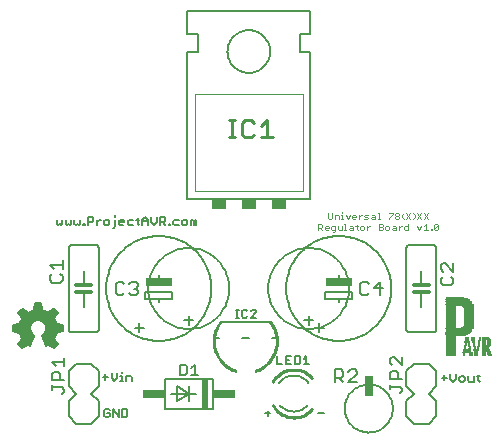
<source format=gto>
G75*
G70*
%OFA0B0*%
%FSLAX24Y24*%
%IPPOS*%
%LPD*%
%AMOC8*
5,1,8,0,0,1.08239X$1,22.5*
%
%ADD10C,0.0050*%
%ADD11C,0.0040*%
%ADD12C,0.0060*%
%ADD13C,0.0020*%
%ADD14R,0.0500X0.0350*%
%ADD15C,0.0110*%
%ADD16C,0.0120*%
%ADD17C,0.0080*%
%ADD18R,0.0900X0.0250*%
%ADD19R,0.0200X0.1000*%
%ADD20R,0.0750X0.0300*%
%ADD21C,0.0100*%
%ADD22R,0.0300X0.0660*%
%ADD23C,0.0010*%
%ADD24R,0.0324X0.0002*%
%ADD25R,0.0096X0.0002*%
%ADD26R,0.0104X0.0002*%
%ADD27R,0.0110X0.0002*%
%ADD28R,0.0102X0.0002*%
%ADD29R,0.0108X0.0002*%
%ADD30R,0.0324X0.0002*%
%ADD31R,0.0096X0.0002*%
%ADD32R,0.0102X0.0002*%
%ADD33R,0.0110X0.0002*%
%ADD34R,0.0102X0.0002*%
%ADD35R,0.0106X0.0002*%
%ADD36R,0.0094X0.0002*%
%ADD37R,0.0112X0.0002*%
%ADD38R,0.0106X0.0002*%
%ADD39R,0.0104X0.0002*%
%ADD40R,0.0114X0.0002*%
%ADD41R,0.0114X0.0002*%
%ADD42R,0.0094X0.0002*%
%ADD43R,0.0116X0.0002*%
%ADD44R,0.0094X0.0002*%
%ADD45R,0.0104X0.0002*%
%ADD46R,0.0116X0.0002*%
%ADD47R,0.0118X0.0002*%
%ADD48R,0.0104X0.0002*%
%ADD49R,0.0118X0.0002*%
%ADD50R,0.0120X0.0002*%
%ADD51R,0.0094X0.0002*%
%ADD52R,0.0120X0.0002*%
%ADD53R,0.0122X0.0002*%
%ADD54R,0.0122X0.0002*%
%ADD55R,0.0102X0.0002*%
%ADD56R,0.0124X0.0002*%
%ADD57R,0.0126X0.0002*%
%ADD58R,0.0126X0.0002*%
%ADD59R,0.0128X0.0002*%
%ADD60R,0.0130X0.0002*%
%ADD61R,0.0130X0.0002*%
%ADD62R,0.0132X0.0002*%
%ADD63R,0.0134X0.0002*%
%ADD64R,0.0134X0.0002*%
%ADD65R,0.0092X0.0002*%
%ADD66R,0.0136X0.0002*%
%ADD67R,0.0138X0.0002*%
%ADD68R,0.0138X0.0002*%
%ADD69R,0.0140X0.0002*%
%ADD70R,0.0142X0.0002*%
%ADD71R,0.0142X0.0002*%
%ADD72R,0.0092X0.0002*%
%ADD73R,0.0144X0.0002*%
%ADD74R,0.0092X0.0002*%
%ADD75R,0.0146X0.0002*%
%ADD76R,0.0146X0.0002*%
%ADD77R,0.0100X0.0002*%
%ADD78R,0.0148X0.0002*%
%ADD79R,0.0092X0.0002*%
%ADD80R,0.0148X0.0002*%
%ADD81R,0.0150X0.0002*%
%ADD82R,0.0150X0.0002*%
%ADD83R,0.0300X0.0002*%
%ADD84R,0.0152X0.0002*%
%ADD85R,0.0298X0.0002*%
%ADD86R,0.0152X0.0002*%
%ADD87R,0.0298X0.0002*%
%ADD88R,0.0154X0.0002*%
%ADD89R,0.0154X0.0002*%
%ADD90R,0.0296X0.0002*%
%ADD91R,0.0294X0.0002*%
%ADD92R,0.0156X0.0002*%
%ADD93R,0.0294X0.0002*%
%ADD94R,0.0158X0.0002*%
%ADD95R,0.0158X0.0002*%
%ADD96R,0.0292X0.0002*%
%ADD97R,0.0290X0.0002*%
%ADD98R,0.0160X0.0002*%
%ADD99R,0.0290X0.0002*%
%ADD100R,0.0160X0.0002*%
%ADD101R,0.0162X0.0002*%
%ADD102R,0.0162X0.0002*%
%ADD103R,0.0288X0.0002*%
%ADD104R,0.0288X0.0002*%
%ADD105R,0.0164X0.0002*%
%ADD106R,0.0286X0.0002*%
%ADD107R,0.0164X0.0002*%
%ADD108R,0.0286X0.0002*%
%ADD109R,0.0166X0.0002*%
%ADD110R,0.0166X0.0002*%
%ADD111R,0.0284X0.0002*%
%ADD112R,0.0284X0.0002*%
%ADD113R,0.0168X0.0002*%
%ADD114R,0.0282X0.0002*%
%ADD115R,0.0168X0.0002*%
%ADD116R,0.0282X0.0002*%
%ADD117R,0.0170X0.0002*%
%ADD118R,0.0170X0.0002*%
%ADD119R,0.0280X0.0002*%
%ADD120R,0.0278X0.0002*%
%ADD121R,0.0172X0.0002*%
%ADD122R,0.0278X0.0002*%
%ADD123R,0.0174X0.0002*%
%ADD124R,0.0174X0.0002*%
%ADD125R,0.0276X0.0002*%
%ADD126R,0.0274X0.0002*%
%ADD127R,0.0176X0.0002*%
%ADD128R,0.0274X0.0002*%
%ADD129R,0.0176X0.0002*%
%ADD130R,0.0178X0.0002*%
%ADD131R,0.0272X0.0002*%
%ADD132R,0.0178X0.0002*%
%ADD133R,0.0272X0.0002*%
%ADD134R,0.0180X0.0002*%
%ADD135R,0.0270X0.0002*%
%ADD136R,0.0086X0.0002*%
%ADD137R,0.0270X0.0002*%
%ADD138R,0.0086X0.0002*%
%ADD139R,0.0098X0.0002*%
%ADD140R,0.0098X0.0002*%
%ADD141R,0.0088X0.0002*%
%ADD142R,0.0090X0.0002*%
%ADD143R,0.0100X0.0002*%
%ADD144R,0.0088X0.0002*%
%ADD145R,0.0090X0.0002*%
%ADD146R,0.0206X0.0002*%
%ADD147R,0.0210X0.0002*%
%ADD148R,0.0216X0.0002*%
%ADD149R,0.0222X0.0002*%
%ADD150R,0.0228X0.0002*%
%ADD151R,0.0232X0.0002*%
%ADD152R,0.0236X0.0002*%
%ADD153R,0.0240X0.0002*%
%ADD154R,0.0242X0.0002*%
%ADD155R,0.0246X0.0002*%
%ADD156R,0.0248X0.0002*%
%ADD157R,0.0250X0.0002*%
%ADD158R,0.0254X0.0002*%
%ADD159R,0.0256X0.0002*%
%ADD160R,0.0258X0.0002*%
%ADD161R,0.0260X0.0002*%
%ADD162R,0.0262X0.0002*%
%ADD163R,0.0262X0.0002*%
%ADD164R,0.0264X0.0002*%
%ADD165R,0.0266X0.0002*%
%ADD166R,0.0268X0.0002*%
%ADD167R,0.0268X0.0002*%
%ADD168R,0.0276X0.0002*%
%ADD169R,0.0124X0.0002*%
%ADD170R,0.0108X0.0002*%
%ADD171R,0.0084X0.0002*%
%ADD172R,0.0180X0.0002*%
%ADD173R,0.0174X0.0002*%
%ADD174R,0.0174X0.0002*%
%ADD175R,0.0172X0.0002*%
%ADD176R,0.0162X0.0002*%
%ADD177R,0.0162X0.0002*%
%ADD178R,0.0156X0.0002*%
%ADD179R,0.0154X0.0002*%
%ADD180R,0.0154X0.0002*%
%ADD181R,0.0112X0.0002*%
%ADD182R,0.0144X0.0002*%
%ADD183R,0.0142X0.0002*%
%ADD184R,0.0142X0.0002*%
%ADD185R,0.0140X0.0002*%
%ADD186R,0.0136X0.0002*%
%ADD187R,0.0134X0.0002*%
%ADD188R,0.0266X0.0002*%
%ADD189R,0.0134X0.0002*%
%ADD190R,0.0264X0.0002*%
%ADD191R,0.0132X0.0002*%
%ADD192R,0.0260X0.0002*%
%ADD193R,0.0256X0.0002*%
%ADD194R,0.0128X0.0002*%
%ADD195R,0.0254X0.0002*%
%ADD196R,0.0252X0.0002*%
%ADD197R,0.0238X0.0002*%
%ADD198R,0.0122X0.0002*%
%ADD199R,0.0234X0.0002*%
%ADD200R,0.0230X0.0002*%
%ADD201R,0.0226X0.0002*%
%ADD202R,0.0222X0.0002*%
%ADD203R,0.0218X0.0002*%
%ADD204R,0.0212X0.0002*%
%ADD205R,0.0198X0.0002*%
%ADD206R,0.0188X0.0002*%
%ADD207R,0.0506X0.0002*%
%ADD208R,0.0544X0.0002*%
%ADD209R,0.0566X0.0002*%
%ADD210R,0.0584X0.0002*%
%ADD211R,0.0598X0.0002*%
%ADD212R,0.0610X0.0002*%
%ADD213R,0.0620X0.0002*%
%ADD214R,0.0630X0.0002*%
%ADD215R,0.0640X0.0002*%
%ADD216R,0.0648X0.0002*%
%ADD217R,0.0656X0.0002*%
%ADD218R,0.0662X0.0002*%
%ADD219R,0.0670X0.0002*%
%ADD220R,0.0676X0.0002*%
%ADD221R,0.0682X0.0002*%
%ADD222R,0.0688X0.0002*%
%ADD223R,0.0694X0.0002*%
%ADD224R,0.0700X0.0002*%
%ADD225R,0.0704X0.0002*%
%ADD226R,0.0710X0.0002*%
%ADD227R,0.0714X0.0002*%
%ADD228R,0.0720X0.0002*%
%ADD229R,0.0724X0.0002*%
%ADD230R,0.0728X0.0002*%
%ADD231R,0.0732X0.0002*%
%ADD232R,0.0736X0.0002*%
%ADD233R,0.0740X0.0002*%
%ADD234R,0.0744X0.0002*%
%ADD235R,0.0748X0.0002*%
%ADD236R,0.0752X0.0002*%
%ADD237R,0.0754X0.0002*%
%ADD238R,0.0758X0.0002*%
%ADD239R,0.0762X0.0002*%
%ADD240R,0.0764X0.0002*%
%ADD241R,0.0768X0.0002*%
%ADD242R,0.0772X0.0002*%
%ADD243R,0.0774X0.0002*%
%ADD244R,0.0778X0.0002*%
%ADD245R,0.0780X0.0002*%
%ADD246R,0.0782X0.0002*%
%ADD247R,0.0786X0.0002*%
%ADD248R,0.0788X0.0002*%
%ADD249R,0.0790X0.0002*%
%ADD250R,0.0794X0.0002*%
%ADD251R,0.0796X0.0002*%
%ADD252R,0.0798X0.0002*%
%ADD253R,0.0800X0.0002*%
%ADD254R,0.0802X0.0002*%
%ADD255R,0.0806X0.0002*%
%ADD256R,0.0808X0.0002*%
%ADD257R,0.0810X0.0002*%
%ADD258R,0.0812X0.0002*%
%ADD259R,0.0814X0.0002*%
%ADD260R,0.0816X0.0002*%
%ADD261R,0.0818X0.0002*%
%ADD262R,0.0820X0.0002*%
%ADD263R,0.0822X0.0002*%
%ADD264R,0.0824X0.0002*%
%ADD265R,0.0826X0.0002*%
%ADD266R,0.0828X0.0002*%
%ADD267R,0.0830X0.0002*%
%ADD268R,0.0832X0.0002*%
%ADD269R,0.0834X0.0002*%
%ADD270R,0.0836X0.0002*%
%ADD271R,0.0836X0.0002*%
%ADD272R,0.0838X0.0002*%
%ADD273R,0.0840X0.0002*%
%ADD274R,0.0842X0.0002*%
%ADD275R,0.0844X0.0002*%
%ADD276R,0.0844X0.0002*%
%ADD277R,0.0846X0.0002*%
%ADD278R,0.0848X0.0002*%
%ADD279R,0.0850X0.0002*%
%ADD280R,0.0852X0.0002*%
%ADD281R,0.0854X0.0002*%
%ADD282R,0.0856X0.0002*%
%ADD283R,0.0856X0.0002*%
%ADD284R,0.0858X0.0002*%
%ADD285R,0.0860X0.0002*%
%ADD286R,0.0860X0.0002*%
%ADD287R,0.0862X0.0002*%
%ADD288R,0.0864X0.0002*%
%ADD289R,0.0866X0.0002*%
%ADD290R,0.0866X0.0002*%
%ADD291R,0.0868X0.0002*%
%ADD292R,0.0870X0.0002*%
%ADD293R,0.0872X0.0002*%
%ADD294R,0.0872X0.0002*%
%ADD295R,0.0874X0.0002*%
%ADD296R,0.0874X0.0002*%
%ADD297R,0.0876X0.0002*%
%ADD298R,0.0876X0.0002*%
%ADD299R,0.0878X0.0002*%
%ADD300R,0.0878X0.0002*%
%ADD301R,0.0880X0.0002*%
%ADD302R,0.0882X0.0002*%
%ADD303R,0.0882X0.0002*%
%ADD304R,0.0884X0.0002*%
%ADD305R,0.0884X0.0002*%
%ADD306R,0.0886X0.0002*%
%ADD307R,0.0886X0.0002*%
%ADD308R,0.0888X0.0002*%
%ADD309R,0.0888X0.0002*%
%ADD310R,0.0890X0.0002*%
%ADD311R,0.0890X0.0002*%
%ADD312R,0.0892X0.0002*%
%ADD313R,0.0892X0.0002*%
%ADD314R,0.0894X0.0002*%
%ADD315R,0.0894X0.0002*%
%ADD316R,0.0896X0.0002*%
%ADD317R,0.0896X0.0002*%
%ADD318R,0.0898X0.0002*%
%ADD319R,0.0898X0.0002*%
%ADD320R,0.0900X0.0002*%
%ADD321R,0.0900X0.0002*%
%ADD322R,0.0902X0.0002*%
%ADD323R,0.0902X0.0002*%
%ADD324R,0.0430X0.0002*%
%ADD325R,0.0416X0.0002*%
%ADD326R,0.0406X0.0002*%
%ADD327R,0.0398X0.0002*%
%ADD328R,0.0390X0.0002*%
%ADD329R,0.0388X0.0002*%
%ADD330R,0.0382X0.0002*%
%ADD331R,0.0378X0.0002*%
%ADD332R,0.0376X0.0002*%
%ADD333R,0.0372X0.0002*%
%ADD334R,0.0368X0.0002*%
%ADD335R,0.0364X0.0002*%
%ADD336R,0.0360X0.0002*%
%ADD337R,0.0358X0.0002*%
%ADD338R,0.0356X0.0002*%
%ADD339R,0.0354X0.0002*%
%ADD340R,0.0352X0.0002*%
%ADD341R,0.0350X0.0002*%
%ADD342R,0.0348X0.0002*%
%ADD343R,0.0346X0.0002*%
%ADD344R,0.0346X0.0002*%
%ADD345R,0.0344X0.0002*%
%ADD346R,0.0344X0.0002*%
%ADD347R,0.0342X0.0002*%
%ADD348R,0.0340X0.0002*%
%ADD349R,0.0340X0.0002*%
%ADD350R,0.0338X0.0002*%
%ADD351R,0.0336X0.0002*%
%ADD352R,0.0336X0.0002*%
%ADD353R,0.0334X0.0002*%
%ADD354R,0.0334X0.0002*%
%ADD355R,0.0332X0.0002*%
%ADD356R,0.0332X0.0002*%
%ADD357R,0.0332X0.0002*%
%ADD358R,0.0332X0.0002*%
%ADD359R,0.0330X0.0002*%
%ADD360R,0.0330X0.0002*%
%ADD361R,0.0328X0.0002*%
%ADD362R,0.0328X0.0002*%
%ADD363R,0.0326X0.0002*%
%ADD364R,0.0326X0.0002*%
%ADD365R,0.0324X0.0002*%
%ADD366R,0.0324X0.0002*%
%ADD367R,0.0338X0.0002*%
%ADD368R,0.0344X0.0002*%
%ADD369R,0.0352X0.0002*%
%ADD370R,0.0354X0.0002*%
%ADD371R,0.0354X0.0002*%
%ADD372R,0.0356X0.0002*%
%ADD373R,0.0362X0.0002*%
%ADD374R,0.0364X0.0002*%
%ADD375R,0.0366X0.0002*%
%ADD376R,0.0368X0.0002*%
%ADD377R,0.0372X0.0002*%
%ADD378R,0.0376X0.0002*%
%ADD379R,0.0380X0.0002*%
%ADD380R,0.0388X0.0002*%
%ADD381R,0.0392X0.0002*%
%ADD382R,0.0400X0.0002*%
%ADD383R,0.0404X0.0002*%
%ADD384R,0.0414X0.0002*%
%ADD385R,0.0426X0.0002*%
%ADD386R,0.0450X0.0002*%
%ADD387R,0.0906X0.0002*%
%ADD388R,0.0906X0.0002*%
%ADD389R,0.0904X0.0002*%
%ADD390R,0.0904X0.0002*%
%ADD391R,0.0880X0.0002*%
%ADD392R,0.0870X0.0002*%
%ADD393R,0.0868X0.0002*%
%ADD394R,0.0864X0.0002*%
%ADD395R,0.0862X0.0002*%
%ADD396R,0.0858X0.0002*%
%ADD397R,0.0852X0.0002*%
%ADD398R,0.0828X0.0002*%
%ADD399R,0.0826X0.0002*%
%ADD400R,0.0818X0.0002*%
%ADD401R,0.0816X0.0002*%
%ADD402R,0.0808X0.0002*%
%ADD403R,0.0806X0.0002*%
%ADD404R,0.0804X0.0002*%
%ADD405R,0.0796X0.0002*%
%ADD406R,0.0794X0.0002*%
%ADD407R,0.0782X0.0002*%
%ADD408R,0.0780X0.0002*%
%ADD409R,0.0768X0.0002*%
%ADD410R,0.0764X0.0002*%
%ADD411R,0.0752X0.0002*%
%ADD412R,0.0748X0.0002*%
%ADD413R,0.0732X0.0002*%
%ADD414R,0.0728X0.0002*%
%ADD415R,0.0718X0.0002*%
%ADD416R,0.0710X0.0002*%
%ADD417R,0.0704X0.0002*%
%ADD418R,0.0698X0.0002*%
%ADD419R,0.0692X0.0002*%
%ADD420R,0.0682X0.0002*%
%ADD421R,0.0674X0.0002*%
%ADD422R,0.0668X0.0002*%
%ADD423R,0.0654X0.0002*%
%ADD424R,0.0646X0.0002*%
%ADD425R,0.0636X0.0002*%
%ADD426R,0.0628X0.0002*%
%ADD427R,0.0618X0.0002*%
%ADD428R,0.0606X0.0002*%
%ADD429R,0.0592X0.0002*%
%ADD430R,0.0578X0.0002*%
%ADD431R,0.0558X0.0002*%
%ADD432R,0.0532X0.0002*%
D10*
X003492Y002233D02*
X003673Y002233D01*
X003787Y002188D02*
X003877Y002098D01*
X003967Y002188D01*
X003967Y002368D01*
X004082Y002278D02*
X004127Y002278D01*
X004127Y002098D01*
X004082Y002098D02*
X004172Y002098D01*
X004278Y002098D02*
X004278Y002278D01*
X004413Y002278D01*
X004458Y002233D01*
X004458Y002098D01*
X004127Y002368D02*
X004127Y002413D01*
X003787Y002368D02*
X003787Y002188D01*
X003583Y002143D02*
X003583Y002323D01*
X003591Y001171D02*
X003546Y001126D01*
X003546Y000946D01*
X003591Y000901D01*
X003681Y000901D01*
X003726Y000946D01*
X003726Y001036D01*
X003636Y001036D01*
X003726Y001126D02*
X003681Y001171D01*
X003591Y001171D01*
X003841Y001171D02*
X004021Y000901D01*
X004021Y001171D01*
X004135Y001171D02*
X004270Y001171D01*
X004315Y001126D01*
X004315Y000946D01*
X004270Y000901D01*
X004135Y000901D01*
X004135Y001171D01*
X003841Y001171D02*
X003841Y000901D01*
X007938Y004204D02*
X008028Y004204D01*
X007983Y004204D02*
X007983Y004474D01*
X007938Y004474D02*
X008028Y004474D01*
X008134Y004429D02*
X008134Y004249D01*
X008179Y004204D01*
X008269Y004204D01*
X008314Y004249D01*
X008429Y004204D02*
X008609Y004384D01*
X008609Y004429D01*
X008564Y004474D01*
X008474Y004474D01*
X008429Y004429D01*
X008314Y004429D02*
X008269Y004474D01*
X008179Y004474D01*
X008134Y004429D01*
X008429Y004204D02*
X008609Y004204D01*
X009305Y002930D02*
X009305Y002660D01*
X009485Y002660D01*
X009599Y002660D02*
X009780Y002660D01*
X009894Y002660D02*
X010029Y002660D01*
X010074Y002705D01*
X010074Y002885D01*
X010029Y002930D01*
X009894Y002930D01*
X009894Y002660D01*
X009690Y002795D02*
X009599Y002795D01*
X009599Y002930D02*
X009599Y002660D01*
X009599Y002930D02*
X009780Y002930D01*
X010189Y002840D02*
X010279Y002930D01*
X010279Y002660D01*
X010189Y002660D02*
X010369Y002660D01*
X008987Y001108D02*
X008987Y000928D01*
X008897Y001018D02*
X009077Y001018D01*
X010684Y001018D02*
X010864Y001018D01*
X014790Y002208D02*
X014970Y002208D01*
X015085Y002163D02*
X015175Y002073D01*
X015265Y002163D01*
X015265Y002343D01*
X015379Y002208D02*
X015379Y002118D01*
X015424Y002073D01*
X015514Y002073D01*
X015559Y002118D01*
X015559Y002208D01*
X015514Y002253D01*
X015424Y002253D01*
X015379Y002208D01*
X015674Y002253D02*
X015674Y002118D01*
X015719Y002073D01*
X015854Y002073D01*
X015854Y002253D01*
X015969Y002253D02*
X016059Y002253D01*
X016014Y002298D02*
X016014Y002118D01*
X016059Y002073D01*
X015085Y002163D02*
X015085Y002343D01*
X014880Y002298D02*
X014880Y002118D01*
X006613Y007300D02*
X006613Y007435D01*
X006568Y007480D01*
X006522Y007435D01*
X006522Y007300D01*
X006432Y007300D02*
X006432Y007480D01*
X006477Y007480D01*
X006522Y007435D01*
X006318Y007435D02*
X006318Y007345D01*
X006273Y007300D01*
X006183Y007300D01*
X006138Y007345D01*
X006138Y007435D01*
X006183Y007480D01*
X006273Y007480D01*
X006318Y007435D01*
X006023Y007480D02*
X005888Y007480D01*
X005843Y007435D01*
X005843Y007345D01*
X005888Y007300D01*
X006023Y007300D01*
X005741Y007300D02*
X005696Y007300D01*
X005696Y007345D01*
X005741Y007345D01*
X005741Y007300D01*
X005581Y007300D02*
X005491Y007390D01*
X005536Y007390D02*
X005401Y007390D01*
X005401Y007300D02*
X005401Y007570D01*
X005536Y007570D01*
X005581Y007525D01*
X005581Y007435D01*
X005536Y007390D01*
X005287Y007390D02*
X005287Y007570D01*
X005287Y007390D02*
X005197Y007300D01*
X005106Y007390D01*
X005106Y007570D01*
X004992Y007480D02*
X004992Y007300D01*
X004992Y007435D02*
X004812Y007435D01*
X004812Y007480D02*
X004902Y007570D01*
X004992Y007480D01*
X004812Y007480D02*
X004812Y007300D01*
X004705Y007300D02*
X004660Y007345D01*
X004660Y007525D01*
X004615Y007480D02*
X004705Y007480D01*
X004501Y007480D02*
X004366Y007480D01*
X004321Y007435D01*
X004321Y007345D01*
X004366Y007300D01*
X004501Y007300D01*
X004206Y007390D02*
X004026Y007390D01*
X004026Y007435D02*
X004071Y007480D01*
X004161Y007480D01*
X004206Y007435D01*
X004206Y007390D01*
X004161Y007300D02*
X004071Y007300D01*
X004026Y007345D01*
X004026Y007435D01*
X003920Y007480D02*
X003920Y007255D01*
X003875Y007210D01*
X003830Y007210D01*
X003715Y007345D02*
X003670Y007300D01*
X003580Y007300D01*
X003535Y007345D01*
X003535Y007435D01*
X003580Y007480D01*
X003670Y007480D01*
X003715Y007435D01*
X003715Y007345D01*
X003920Y007570D02*
X003920Y007615D01*
X003425Y007480D02*
X003380Y007480D01*
X003289Y007390D01*
X003289Y007300D02*
X003289Y007480D01*
X003175Y007525D02*
X003130Y007570D01*
X002995Y007570D01*
X002995Y007300D01*
X002995Y007390D02*
X003130Y007390D01*
X003175Y007435D01*
X003175Y007525D01*
X002893Y007345D02*
X002893Y007300D01*
X002847Y007300D01*
X002847Y007345D01*
X002893Y007345D01*
X002733Y007345D02*
X002733Y007480D01*
X002733Y007345D02*
X002688Y007300D01*
X002643Y007345D01*
X002598Y007300D01*
X002553Y007345D01*
X002553Y007480D01*
X002438Y007480D02*
X002438Y007345D01*
X002393Y007300D01*
X002348Y007345D01*
X002303Y007300D01*
X002258Y007345D01*
X002258Y007480D01*
X002144Y007480D02*
X002144Y007345D01*
X002099Y007300D01*
X002054Y007345D01*
X002009Y007300D01*
X001964Y007345D01*
X001964Y007480D01*
D11*
X010668Y007325D02*
X010668Y007125D01*
X010668Y007192D02*
X010768Y007192D01*
X010802Y007225D01*
X010802Y007292D01*
X010768Y007325D01*
X010668Y007325D01*
X010735Y007192D02*
X010802Y007125D01*
X010889Y007158D02*
X010889Y007225D01*
X010922Y007259D01*
X010989Y007259D01*
X011023Y007225D01*
X011023Y007192D01*
X010889Y007192D01*
X010889Y007158D02*
X010922Y007125D01*
X010989Y007125D01*
X011110Y007158D02*
X011143Y007125D01*
X011243Y007125D01*
X011243Y007092D02*
X011243Y007259D01*
X011143Y007259D01*
X011110Y007225D01*
X011110Y007158D01*
X011177Y007058D02*
X011210Y007058D01*
X011243Y007092D01*
X011331Y007158D02*
X011331Y007259D01*
X011331Y007158D02*
X011364Y007125D01*
X011464Y007125D01*
X011464Y007259D01*
X011552Y007325D02*
X011585Y007325D01*
X011585Y007125D01*
X011552Y007125D02*
X011619Y007125D01*
X011699Y007158D02*
X011733Y007192D01*
X011833Y007192D01*
X011833Y007225D02*
X011833Y007125D01*
X011733Y007125D01*
X011699Y007158D01*
X011733Y007259D02*
X011799Y007259D01*
X011833Y007225D01*
X011920Y007259D02*
X011987Y007259D01*
X011954Y007292D02*
X011954Y007158D01*
X011987Y007125D01*
X012068Y007158D02*
X012101Y007125D01*
X012168Y007125D01*
X012201Y007158D01*
X012201Y007225D01*
X012168Y007259D01*
X012101Y007259D01*
X012068Y007225D01*
X012068Y007158D01*
X012289Y007125D02*
X012289Y007259D01*
X012355Y007259D02*
X012289Y007192D01*
X012355Y007259D02*
X012389Y007259D01*
X012315Y007485D02*
X012215Y007485D01*
X012248Y007552D02*
X012215Y007585D01*
X012248Y007619D01*
X012348Y007619D01*
X012315Y007552D02*
X012248Y007552D01*
X012315Y007552D02*
X012348Y007518D01*
X012315Y007485D01*
X012436Y007518D02*
X012469Y007552D01*
X012569Y007552D01*
X012569Y007585D02*
X012569Y007485D01*
X012469Y007485D01*
X012436Y007518D01*
X012469Y007619D02*
X012536Y007619D01*
X012569Y007585D01*
X012657Y007485D02*
X012724Y007485D01*
X012690Y007485D02*
X012690Y007685D01*
X012657Y007685D01*
X013025Y007685D02*
X013159Y007685D01*
X013159Y007652D01*
X013025Y007518D01*
X013025Y007485D01*
X013246Y007518D02*
X013246Y007552D01*
X013280Y007585D01*
X013346Y007585D01*
X013380Y007552D01*
X013380Y007518D01*
X013346Y007485D01*
X013280Y007485D01*
X013246Y007518D01*
X013280Y007585D02*
X013246Y007619D01*
X013246Y007652D01*
X013280Y007685D01*
X013346Y007685D01*
X013380Y007652D01*
X013380Y007619D01*
X013346Y007585D01*
X013467Y007552D02*
X013467Y007619D01*
X013534Y007685D01*
X013615Y007685D02*
X013748Y007485D01*
X013836Y007485D02*
X013902Y007552D01*
X013902Y007619D01*
X013836Y007685D01*
X013748Y007685D02*
X013615Y007485D01*
X013534Y007485D02*
X013467Y007552D01*
X013457Y007259D02*
X013423Y007259D01*
X013357Y007192D01*
X013357Y007125D02*
X013357Y007259D01*
X013269Y007225D02*
X013269Y007125D01*
X013169Y007125D01*
X013136Y007158D01*
X013169Y007192D01*
X013269Y007192D01*
X013269Y007225D02*
X013236Y007259D01*
X013169Y007259D01*
X013048Y007225D02*
X013048Y007158D01*
X013015Y007125D01*
X012948Y007125D01*
X012915Y007158D01*
X012915Y007225D01*
X012948Y007259D01*
X013015Y007259D01*
X013048Y007225D01*
X012827Y007192D02*
X012827Y007158D01*
X012794Y007125D01*
X012694Y007125D01*
X012694Y007325D01*
X012794Y007325D01*
X012827Y007292D01*
X012827Y007259D01*
X012794Y007225D01*
X012694Y007225D01*
X012794Y007225D02*
X012827Y007192D01*
X013541Y007158D02*
X013541Y007225D01*
X013574Y007259D01*
X013674Y007259D01*
X013674Y007325D02*
X013674Y007125D01*
X013574Y007125D01*
X013541Y007158D01*
X013983Y007259D02*
X014050Y007125D01*
X014116Y007259D01*
X014204Y007259D02*
X014271Y007325D01*
X014271Y007125D01*
X014337Y007125D02*
X014204Y007125D01*
X014425Y007125D02*
X014458Y007125D01*
X014458Y007158D01*
X014425Y007158D01*
X014425Y007125D01*
X014535Y007158D02*
X014669Y007292D01*
X014669Y007158D01*
X014635Y007125D01*
X014569Y007125D01*
X014535Y007158D01*
X014535Y007292D01*
X014569Y007325D01*
X014635Y007325D01*
X014669Y007292D01*
X014337Y007485D02*
X014204Y007685D01*
X014116Y007685D02*
X013983Y007485D01*
X014116Y007485D02*
X013983Y007685D01*
X014204Y007485D02*
X014337Y007685D01*
X012131Y007619D02*
X012098Y007619D01*
X012031Y007552D01*
X012031Y007485D02*
X012031Y007619D01*
X011943Y007585D02*
X011943Y007552D01*
X011810Y007552D01*
X011810Y007585D02*
X011843Y007619D01*
X011910Y007619D01*
X011943Y007585D01*
X011910Y007485D02*
X011843Y007485D01*
X011810Y007518D01*
X011810Y007585D01*
X011722Y007619D02*
X011656Y007485D01*
X011589Y007619D01*
X011475Y007619D02*
X011475Y007485D01*
X011442Y007485D02*
X011508Y007485D01*
X011475Y007619D02*
X011442Y007619D01*
X011475Y007685D02*
X011475Y007719D01*
X011354Y007585D02*
X011354Y007485D01*
X011354Y007585D02*
X011321Y007619D01*
X011221Y007619D01*
X011221Y007485D01*
X011133Y007518D02*
X011133Y007685D01*
X011000Y007685D02*
X011000Y007518D01*
X011033Y007485D01*
X011100Y007485D01*
X011133Y007518D01*
D12*
X010412Y008180D02*
X010412Y013080D01*
X010062Y013080D01*
X010062Y013680D01*
X010412Y013680D01*
X010412Y014430D01*
X006312Y014430D01*
X006312Y013680D01*
X006662Y013680D01*
X006662Y013080D01*
X006312Y013080D01*
X006312Y008180D01*
X010412Y008180D01*
X011362Y005630D02*
X011362Y005430D01*
X009612Y005180D02*
X009614Y005266D01*
X009620Y005352D01*
X009631Y005437D01*
X009646Y005521D01*
X009664Y005605D01*
X009687Y005688D01*
X009714Y005770D01*
X009745Y005850D01*
X009780Y005928D01*
X009819Y006005D01*
X009861Y006080D01*
X009907Y006152D01*
X009956Y006222D01*
X010009Y006290D01*
X010065Y006355D01*
X010125Y006417D01*
X010187Y006477D01*
X010252Y006533D01*
X010320Y006586D01*
X010390Y006635D01*
X010462Y006681D01*
X010537Y006723D01*
X010614Y006762D01*
X010692Y006797D01*
X010772Y006828D01*
X010854Y006855D01*
X010937Y006878D01*
X011021Y006896D01*
X011105Y006911D01*
X011190Y006922D01*
X011276Y006928D01*
X011362Y006930D01*
X011448Y006928D01*
X011534Y006922D01*
X011619Y006911D01*
X011703Y006896D01*
X011787Y006878D01*
X011870Y006855D01*
X011952Y006828D01*
X012032Y006797D01*
X012110Y006762D01*
X012187Y006723D01*
X012262Y006681D01*
X012334Y006635D01*
X012404Y006586D01*
X012472Y006533D01*
X012537Y006477D01*
X012599Y006417D01*
X012659Y006355D01*
X012715Y006290D01*
X012768Y006222D01*
X012817Y006152D01*
X012863Y006080D01*
X012905Y006005D01*
X012944Y005928D01*
X012979Y005850D01*
X013010Y005770D01*
X013037Y005688D01*
X013060Y005605D01*
X013078Y005521D01*
X013093Y005437D01*
X013104Y005352D01*
X013110Y005266D01*
X013112Y005180D01*
X013110Y005094D01*
X013104Y005008D01*
X013093Y004923D01*
X013078Y004839D01*
X013060Y004755D01*
X013037Y004672D01*
X013010Y004590D01*
X012979Y004510D01*
X012944Y004432D01*
X012905Y004355D01*
X012863Y004280D01*
X012817Y004208D01*
X012768Y004138D01*
X012715Y004070D01*
X012659Y004005D01*
X012599Y003943D01*
X012537Y003883D01*
X012472Y003827D01*
X012404Y003774D01*
X012334Y003725D01*
X012262Y003679D01*
X012187Y003637D01*
X012110Y003598D01*
X012032Y003563D01*
X011952Y003532D01*
X011870Y003505D01*
X011787Y003482D01*
X011703Y003464D01*
X011619Y003449D01*
X011534Y003438D01*
X011448Y003432D01*
X011362Y003430D01*
X011276Y003432D01*
X011190Y003438D01*
X011105Y003449D01*
X011021Y003464D01*
X010937Y003482D01*
X010854Y003505D01*
X010772Y003532D01*
X010692Y003563D01*
X010614Y003598D01*
X010537Y003637D01*
X010462Y003679D01*
X010390Y003725D01*
X010320Y003774D01*
X010252Y003827D01*
X010187Y003883D01*
X010125Y003943D01*
X010065Y004005D01*
X010009Y004070D01*
X009956Y004138D01*
X009907Y004208D01*
X009861Y004280D01*
X009819Y004355D01*
X009780Y004432D01*
X009745Y004510D01*
X009714Y004590D01*
X009687Y004672D01*
X009664Y004755D01*
X009646Y004839D01*
X009631Y004923D01*
X009620Y005008D01*
X009614Y005094D01*
X009612Y005180D01*
X009012Y005180D02*
X009014Y005253D01*
X009020Y005326D01*
X009030Y005398D01*
X009044Y005470D01*
X009061Y005541D01*
X009083Y005611D01*
X009108Y005680D01*
X009137Y005747D01*
X009169Y005812D01*
X009205Y005876D01*
X009245Y005938D01*
X009287Y005997D01*
X009333Y006054D01*
X009382Y006108D01*
X009434Y006160D01*
X009488Y006209D01*
X009545Y006255D01*
X009604Y006297D01*
X009666Y006337D01*
X009730Y006373D01*
X009795Y006405D01*
X009862Y006434D01*
X009931Y006459D01*
X010001Y006481D01*
X010072Y006498D01*
X010144Y006512D01*
X010216Y006522D01*
X010289Y006528D01*
X010362Y006530D01*
X010435Y006528D01*
X010508Y006522D01*
X010580Y006512D01*
X010652Y006498D01*
X010723Y006481D01*
X010793Y006459D01*
X010862Y006434D01*
X010929Y006405D01*
X010994Y006373D01*
X011058Y006337D01*
X011120Y006297D01*
X011179Y006255D01*
X011236Y006209D01*
X011290Y006160D01*
X011342Y006108D01*
X011391Y006054D01*
X011437Y005997D01*
X011479Y005938D01*
X011519Y005876D01*
X011555Y005812D01*
X011587Y005747D01*
X011616Y005680D01*
X011641Y005611D01*
X011663Y005541D01*
X011680Y005470D01*
X011694Y005398D01*
X011704Y005326D01*
X011710Y005253D01*
X011712Y005180D01*
X011710Y005107D01*
X011704Y005034D01*
X011694Y004962D01*
X011680Y004890D01*
X011663Y004819D01*
X011641Y004749D01*
X011616Y004680D01*
X011587Y004613D01*
X011555Y004548D01*
X011519Y004484D01*
X011479Y004422D01*
X011437Y004363D01*
X011391Y004306D01*
X011342Y004252D01*
X011290Y004200D01*
X011236Y004151D01*
X011179Y004105D01*
X011120Y004063D01*
X011058Y004023D01*
X010994Y003987D01*
X010929Y003955D01*
X010862Y003926D01*
X010793Y003901D01*
X010723Y003879D01*
X010652Y003862D01*
X010580Y003848D01*
X010508Y003838D01*
X010435Y003832D01*
X010362Y003830D01*
X010289Y003832D01*
X010216Y003838D01*
X010144Y003848D01*
X010072Y003862D01*
X010001Y003879D01*
X009931Y003901D01*
X009862Y003926D01*
X009795Y003955D01*
X009730Y003987D01*
X009666Y004023D01*
X009604Y004063D01*
X009545Y004105D01*
X009488Y004151D01*
X009434Y004200D01*
X009382Y004252D01*
X009333Y004306D01*
X009287Y004363D01*
X009245Y004422D01*
X009205Y004484D01*
X009169Y004548D01*
X009137Y004613D01*
X009108Y004680D01*
X009083Y004749D01*
X009061Y004819D01*
X009044Y004890D01*
X009030Y004962D01*
X009020Y005034D01*
X009014Y005107D01*
X009012Y005180D01*
X010212Y004130D02*
X010512Y004130D01*
X010362Y003980D02*
X010362Y004280D01*
X010712Y004030D02*
X010712Y003730D01*
X010562Y003880D02*
X010862Y003880D01*
X011362Y004730D02*
X011362Y004830D01*
X010912Y004830D01*
X010912Y005080D01*
X011812Y005080D01*
X011812Y004830D01*
X011362Y004830D01*
X013612Y003830D02*
X013612Y006530D01*
X013614Y006547D01*
X013618Y006564D01*
X013625Y006580D01*
X013635Y006594D01*
X013648Y006607D01*
X013662Y006617D01*
X013678Y006624D01*
X013695Y006628D01*
X013712Y006630D01*
X014512Y006630D01*
X014529Y006628D01*
X014546Y006624D01*
X014562Y006617D01*
X014576Y006607D01*
X014589Y006594D01*
X014599Y006580D01*
X014606Y006564D01*
X014610Y006547D01*
X014612Y006530D01*
X014612Y003830D01*
X014610Y003813D01*
X014606Y003796D01*
X014599Y003780D01*
X014589Y003766D01*
X014576Y003753D01*
X014562Y003743D01*
X014546Y003736D01*
X014529Y003732D01*
X014512Y003730D01*
X013712Y003730D01*
X013695Y003732D01*
X013678Y003736D01*
X013662Y003743D01*
X013648Y003753D01*
X013635Y003766D01*
X013625Y003780D01*
X013618Y003796D01*
X013614Y003813D01*
X013612Y003830D01*
X014112Y004580D02*
X014112Y005060D01*
X014112Y005310D02*
X014112Y005780D01*
X009862Y001080D02*
X009817Y001082D01*
X009771Y001087D01*
X009727Y001095D01*
X009683Y001107D01*
X009640Y001123D01*
X009598Y001141D01*
X009558Y001163D01*
X009520Y001187D01*
X009484Y001214D01*
X009449Y001244D01*
X009418Y001277D01*
X009388Y001312D01*
X009862Y002280D02*
X009909Y002278D01*
X009957Y002272D01*
X010003Y002263D01*
X010049Y002250D01*
X010093Y002234D01*
X010137Y002213D01*
X010178Y002190D01*
X010217Y002164D01*
X010254Y002134D01*
X010289Y002101D01*
X010321Y002066D01*
X010350Y002029D01*
X009862Y002280D02*
X009816Y002278D01*
X009770Y002273D01*
X009724Y002264D01*
X009679Y002252D01*
X009636Y002236D01*
X009594Y002217D01*
X009553Y002194D01*
X009514Y002169D01*
X009478Y002141D01*
X009443Y002110D01*
X009411Y002076D01*
X009382Y002040D01*
X009862Y001080D02*
X009907Y001082D01*
X009953Y001087D01*
X009997Y001095D01*
X010041Y001107D01*
X010084Y001123D01*
X010126Y001141D01*
X010166Y001163D01*
X010204Y001187D01*
X010240Y001214D01*
X010275Y001244D01*
X010306Y001277D01*
X010336Y001312D01*
X011562Y001180D02*
X011564Y001236D01*
X011570Y001293D01*
X011580Y001348D01*
X011594Y001403D01*
X011611Y001457D01*
X011633Y001509D01*
X011658Y001559D01*
X011686Y001608D01*
X011718Y001655D01*
X011753Y001699D01*
X011791Y001741D01*
X011832Y001780D01*
X011876Y001815D01*
X011922Y001848D01*
X011970Y001877D01*
X012020Y001903D01*
X012072Y001926D01*
X012126Y001944D01*
X012180Y001959D01*
X012235Y001970D01*
X012291Y001977D01*
X012348Y001980D01*
X012404Y001979D01*
X012461Y001974D01*
X012516Y001965D01*
X012571Y001952D01*
X012625Y001935D01*
X012678Y001915D01*
X012729Y001891D01*
X012778Y001863D01*
X012825Y001832D01*
X012870Y001798D01*
X012913Y001760D01*
X012952Y001720D01*
X012989Y001677D01*
X013022Y001632D01*
X013052Y001584D01*
X013079Y001534D01*
X013102Y001483D01*
X013122Y001430D01*
X013138Y001376D01*
X013150Y001320D01*
X013158Y001265D01*
X013162Y001208D01*
X013162Y001152D01*
X013158Y001095D01*
X013150Y001040D01*
X013138Y000984D01*
X013122Y000930D01*
X013102Y000877D01*
X013079Y000826D01*
X013052Y000776D01*
X013022Y000728D01*
X012989Y000683D01*
X012952Y000640D01*
X012913Y000600D01*
X012870Y000562D01*
X012825Y000528D01*
X012778Y000497D01*
X012729Y000469D01*
X012678Y000445D01*
X012625Y000425D01*
X012571Y000408D01*
X012516Y000395D01*
X012461Y000386D01*
X012404Y000381D01*
X012348Y000380D01*
X012291Y000383D01*
X012235Y000390D01*
X012180Y000401D01*
X012126Y000416D01*
X012072Y000434D01*
X012020Y000457D01*
X011970Y000483D01*
X011922Y000512D01*
X011876Y000545D01*
X011832Y000580D01*
X011791Y000619D01*
X011753Y000661D01*
X011718Y000705D01*
X011686Y000752D01*
X011658Y000801D01*
X011633Y000851D01*
X011611Y000903D01*
X011594Y000957D01*
X011580Y001012D01*
X011570Y001067D01*
X011564Y001124D01*
X011562Y001180D01*
X007162Y001180D02*
X007162Y002180D01*
X005562Y002180D01*
X005562Y001180D01*
X007162Y001180D01*
X006612Y001680D02*
X006362Y001680D01*
X006362Y001930D01*
X006362Y001680D02*
X006362Y001430D01*
X006362Y001680D02*
X005962Y001430D01*
X005962Y001930D01*
X006362Y001680D01*
X005762Y001680D01*
X006076Y002307D02*
X006247Y002307D01*
X006303Y002363D01*
X006303Y002590D01*
X006247Y002647D01*
X006076Y002647D01*
X006076Y002307D01*
X006445Y002307D02*
X006672Y002307D01*
X006558Y002307D02*
X006558Y002647D01*
X006445Y002533D01*
X006362Y003980D02*
X006362Y004280D01*
X006512Y004130D02*
X006212Y004130D01*
X005812Y004830D02*
X005362Y004830D01*
X004912Y004830D01*
X004912Y005080D01*
X005812Y005080D01*
X005812Y004830D01*
X005362Y004830D02*
X005362Y004730D01*
X003612Y005180D02*
X003614Y005266D01*
X003620Y005352D01*
X003631Y005437D01*
X003646Y005521D01*
X003664Y005605D01*
X003687Y005688D01*
X003714Y005770D01*
X003745Y005850D01*
X003780Y005928D01*
X003819Y006005D01*
X003861Y006080D01*
X003907Y006152D01*
X003956Y006222D01*
X004009Y006290D01*
X004065Y006355D01*
X004125Y006417D01*
X004187Y006477D01*
X004252Y006533D01*
X004320Y006586D01*
X004390Y006635D01*
X004462Y006681D01*
X004537Y006723D01*
X004614Y006762D01*
X004692Y006797D01*
X004772Y006828D01*
X004854Y006855D01*
X004937Y006878D01*
X005021Y006896D01*
X005105Y006911D01*
X005190Y006922D01*
X005276Y006928D01*
X005362Y006930D01*
X005448Y006928D01*
X005534Y006922D01*
X005619Y006911D01*
X005703Y006896D01*
X005787Y006878D01*
X005870Y006855D01*
X005952Y006828D01*
X006032Y006797D01*
X006110Y006762D01*
X006187Y006723D01*
X006262Y006681D01*
X006334Y006635D01*
X006404Y006586D01*
X006472Y006533D01*
X006537Y006477D01*
X006599Y006417D01*
X006659Y006355D01*
X006715Y006290D01*
X006768Y006222D01*
X006817Y006152D01*
X006863Y006080D01*
X006905Y006005D01*
X006944Y005928D01*
X006979Y005850D01*
X007010Y005770D01*
X007037Y005688D01*
X007060Y005605D01*
X007078Y005521D01*
X007093Y005437D01*
X007104Y005352D01*
X007110Y005266D01*
X007112Y005180D01*
X007110Y005094D01*
X007104Y005008D01*
X007093Y004923D01*
X007078Y004839D01*
X007060Y004755D01*
X007037Y004672D01*
X007010Y004590D01*
X006979Y004510D01*
X006944Y004432D01*
X006905Y004355D01*
X006863Y004280D01*
X006817Y004208D01*
X006768Y004138D01*
X006715Y004070D01*
X006659Y004005D01*
X006599Y003943D01*
X006537Y003883D01*
X006472Y003827D01*
X006404Y003774D01*
X006334Y003725D01*
X006262Y003679D01*
X006187Y003637D01*
X006110Y003598D01*
X006032Y003563D01*
X005952Y003532D01*
X005870Y003505D01*
X005787Y003482D01*
X005703Y003464D01*
X005619Y003449D01*
X005534Y003438D01*
X005448Y003432D01*
X005362Y003430D01*
X005276Y003432D01*
X005190Y003438D01*
X005105Y003449D01*
X005021Y003464D01*
X004937Y003482D01*
X004854Y003505D01*
X004772Y003532D01*
X004692Y003563D01*
X004614Y003598D01*
X004537Y003637D01*
X004462Y003679D01*
X004390Y003725D01*
X004320Y003774D01*
X004252Y003827D01*
X004187Y003883D01*
X004125Y003943D01*
X004065Y004005D01*
X004009Y004070D01*
X003956Y004138D01*
X003907Y004208D01*
X003861Y004280D01*
X003819Y004355D01*
X003780Y004432D01*
X003745Y004510D01*
X003714Y004590D01*
X003687Y004672D01*
X003664Y004755D01*
X003646Y004839D01*
X003631Y004923D01*
X003620Y005008D01*
X003614Y005094D01*
X003612Y005180D01*
X002862Y005060D02*
X002862Y004580D01*
X002170Y003952D02*
X002170Y003752D01*
X001950Y003712D01*
X001933Y003749D02*
X001617Y003749D01*
X001650Y003792D02*
X001600Y004042D01*
X001400Y004142D01*
X001200Y004142D01*
X001050Y003992D01*
X001050Y003692D01*
X001200Y003592D01*
X001050Y003342D01*
X001000Y003342D01*
X000850Y003242D01*
X000750Y003342D01*
X000850Y003492D01*
X000750Y003742D01*
X000550Y003792D01*
X000550Y003942D01*
X000750Y003942D01*
X000850Y004192D01*
X000700Y004392D01*
X000850Y004492D01*
X001000Y004342D01*
X001200Y004442D01*
X001250Y004642D01*
X001400Y004642D01*
X001450Y004442D01*
X001650Y004342D01*
X001850Y004492D01*
X001950Y004392D01*
X001850Y004192D01*
X001950Y003942D01*
X002150Y003942D01*
X002150Y003792D01*
X001900Y003742D01*
X001850Y003492D01*
X001950Y003342D01*
X001850Y003242D01*
X001700Y003342D01*
X001600Y003292D01*
X001500Y003592D01*
X001650Y003792D01*
X001647Y003807D02*
X002150Y003807D01*
X002150Y003866D02*
X001635Y003866D01*
X001624Y003924D02*
X002150Y003924D01*
X002170Y003952D02*
X001950Y003992D01*
X001934Y003983D02*
X001612Y003983D01*
X001600Y004041D02*
X001910Y004041D01*
X001887Y004100D02*
X001485Y004100D01*
X001460Y003612D02*
X001488Y003628D01*
X001515Y003647D01*
X001538Y003669D01*
X001559Y003694D01*
X001577Y003722D01*
X001592Y003751D01*
X001602Y003782D01*
X001610Y003813D01*
X001613Y003846D01*
X001612Y003878D01*
X001608Y003911D01*
X001599Y003942D01*
X001587Y003972D01*
X001572Y004001D01*
X001553Y004028D01*
X001531Y004052D01*
X001507Y004073D01*
X001480Y004092D01*
X001451Y004107D01*
X001420Y004118D01*
X001389Y004126D01*
X001356Y004130D01*
X001324Y004130D01*
X001291Y004126D01*
X001260Y004118D01*
X001229Y004107D01*
X001200Y004092D01*
X001173Y004073D01*
X001149Y004052D01*
X001127Y004028D01*
X001108Y004001D01*
X001093Y003972D01*
X001081Y003942D01*
X001072Y003911D01*
X001068Y003878D01*
X001067Y003846D01*
X001070Y003813D01*
X001078Y003782D01*
X001088Y003751D01*
X001103Y003722D01*
X001121Y003694D01*
X001142Y003669D01*
X001165Y003647D01*
X001192Y003628D01*
X001220Y003612D01*
X001070Y003272D01*
X001000Y003312D01*
X000820Y003192D01*
X000680Y003332D01*
X000800Y003512D01*
X000841Y003515D02*
X001154Y003515D01*
X001189Y003573D02*
X000818Y003573D01*
X000794Y003632D02*
X001141Y003632D01*
X001053Y003690D02*
X000771Y003690D01*
X000720Y003712D02*
X000500Y003752D01*
X000500Y003952D01*
X000730Y003992D01*
X000766Y003983D02*
X001050Y003983D01*
X001050Y003924D02*
X000550Y003924D01*
X000550Y003866D02*
X001050Y003866D01*
X001050Y003807D02*
X000550Y003807D01*
X000724Y003749D02*
X001050Y003749D01*
X000722Y003696D02*
X000737Y003649D01*
X000755Y003603D01*
X000777Y003559D01*
X000802Y003517D01*
X000826Y003456D02*
X001118Y003456D01*
X001083Y003398D02*
X000787Y003398D01*
X000753Y003339D02*
X000996Y003339D01*
X000908Y003281D02*
X000811Y003281D01*
X001460Y003612D02*
X001600Y003272D01*
X001680Y003312D01*
X001860Y003192D01*
X002000Y003332D01*
X001870Y003512D01*
X001855Y003515D02*
X001526Y003515D01*
X001506Y003573D02*
X001866Y003573D01*
X001878Y003632D02*
X001530Y003632D01*
X001574Y003690D02*
X001890Y003690D01*
X001874Y003456D02*
X001545Y003456D01*
X001565Y003398D02*
X001913Y003398D01*
X001947Y003339D02*
X001704Y003339D01*
X001694Y003339D02*
X001584Y003339D01*
X001792Y003281D02*
X001889Y003281D01*
X002362Y003830D02*
X002362Y006530D01*
X002364Y006547D01*
X002368Y006564D01*
X002375Y006580D01*
X002385Y006594D01*
X002398Y006607D01*
X002412Y006617D01*
X002428Y006624D01*
X002445Y006628D01*
X002462Y006630D01*
X003262Y006630D01*
X003279Y006628D01*
X003296Y006624D01*
X003312Y006617D01*
X003326Y006607D01*
X003339Y006594D01*
X003349Y006580D01*
X003356Y006564D01*
X003360Y006547D01*
X003362Y006530D01*
X003362Y003830D01*
X003360Y003813D01*
X003356Y003796D01*
X003349Y003780D01*
X003339Y003766D01*
X003326Y003753D01*
X003312Y003743D01*
X003296Y003736D01*
X003279Y003732D01*
X003262Y003730D01*
X002462Y003730D01*
X002445Y003732D01*
X002428Y003736D01*
X002412Y003743D01*
X002398Y003753D01*
X002385Y003766D01*
X002375Y003780D01*
X002368Y003796D01*
X002364Y003813D01*
X002362Y003830D01*
X001864Y004158D02*
X000836Y004158D01*
X000810Y004182D02*
X000680Y004372D01*
X000820Y004512D01*
X001010Y004382D01*
X000950Y004392D02*
X000700Y004392D01*
X000744Y004334D02*
X001921Y004334D01*
X001950Y004392D02*
X001717Y004392D01*
X001660Y004382D02*
X001860Y004512D01*
X002000Y004372D01*
X001860Y004182D01*
X001862Y004217D02*
X000832Y004217D01*
X000788Y004275D02*
X001892Y004275D01*
X001891Y004451D02*
X001795Y004451D01*
X001550Y004392D02*
X001100Y004392D01*
X001190Y004452D02*
X001240Y004692D01*
X001430Y004692D01*
X001480Y004452D01*
X001448Y004451D02*
X001202Y004451D01*
X001217Y004509D02*
X001433Y004509D01*
X001419Y004568D02*
X001231Y004568D01*
X001246Y004626D02*
X001404Y004626D01*
X000891Y004451D02*
X000788Y004451D01*
X000813Y004100D02*
X001158Y004100D01*
X001099Y004041D02*
X000790Y004041D01*
X001012Y004378D02*
X001054Y004401D01*
X001097Y004420D01*
X001142Y004437D01*
X001188Y004449D01*
X001480Y004453D02*
X001526Y004441D01*
X001572Y004425D01*
X001616Y004405D01*
X001659Y004382D01*
X001949Y003713D02*
X001939Y003671D01*
X001926Y003630D01*
X001910Y003590D01*
X001891Y003551D01*
X001869Y003514D01*
X001952Y003993D02*
X001940Y004033D01*
X001925Y004072D01*
X001907Y004110D01*
X001887Y004146D01*
X001865Y004181D01*
X000809Y004182D02*
X000788Y004147D01*
X000769Y004110D01*
X000753Y004073D01*
X000739Y004034D01*
X000728Y003994D01*
X002862Y005310D02*
X002862Y005780D01*
X004712Y004030D02*
X004712Y003730D01*
X004562Y003880D02*
X004862Y003880D01*
X005012Y005180D02*
X005014Y005253D01*
X005020Y005326D01*
X005030Y005398D01*
X005044Y005470D01*
X005061Y005541D01*
X005083Y005611D01*
X005108Y005680D01*
X005137Y005747D01*
X005169Y005812D01*
X005205Y005876D01*
X005245Y005938D01*
X005287Y005997D01*
X005333Y006054D01*
X005382Y006108D01*
X005434Y006160D01*
X005488Y006209D01*
X005545Y006255D01*
X005604Y006297D01*
X005666Y006337D01*
X005730Y006373D01*
X005795Y006405D01*
X005862Y006434D01*
X005931Y006459D01*
X006001Y006481D01*
X006072Y006498D01*
X006144Y006512D01*
X006216Y006522D01*
X006289Y006528D01*
X006362Y006530D01*
X006435Y006528D01*
X006508Y006522D01*
X006580Y006512D01*
X006652Y006498D01*
X006723Y006481D01*
X006793Y006459D01*
X006862Y006434D01*
X006929Y006405D01*
X006994Y006373D01*
X007058Y006337D01*
X007120Y006297D01*
X007179Y006255D01*
X007236Y006209D01*
X007290Y006160D01*
X007342Y006108D01*
X007391Y006054D01*
X007437Y005997D01*
X007479Y005938D01*
X007519Y005876D01*
X007555Y005812D01*
X007587Y005747D01*
X007616Y005680D01*
X007641Y005611D01*
X007663Y005541D01*
X007680Y005470D01*
X007694Y005398D01*
X007704Y005326D01*
X007710Y005253D01*
X007712Y005180D01*
X007710Y005107D01*
X007704Y005034D01*
X007694Y004962D01*
X007680Y004890D01*
X007663Y004819D01*
X007641Y004749D01*
X007616Y004680D01*
X007587Y004613D01*
X007555Y004548D01*
X007519Y004484D01*
X007479Y004422D01*
X007437Y004363D01*
X007391Y004306D01*
X007342Y004252D01*
X007290Y004200D01*
X007236Y004151D01*
X007179Y004105D01*
X007120Y004063D01*
X007058Y004023D01*
X006994Y003987D01*
X006929Y003955D01*
X006862Y003926D01*
X006793Y003901D01*
X006723Y003879D01*
X006652Y003862D01*
X006580Y003848D01*
X006508Y003838D01*
X006435Y003832D01*
X006362Y003830D01*
X006289Y003832D01*
X006216Y003838D01*
X006144Y003848D01*
X006072Y003862D01*
X006001Y003879D01*
X005931Y003901D01*
X005862Y003926D01*
X005795Y003955D01*
X005730Y003987D01*
X005666Y004023D01*
X005604Y004063D01*
X005545Y004105D01*
X005488Y004151D01*
X005434Y004200D01*
X005382Y004252D01*
X005333Y004306D01*
X005287Y004363D01*
X005245Y004422D01*
X005205Y004484D01*
X005169Y004548D01*
X005137Y004613D01*
X005108Y004680D01*
X005083Y004749D01*
X005061Y004819D01*
X005044Y004890D01*
X005030Y004962D01*
X005020Y005034D01*
X005014Y005107D01*
X005012Y005180D01*
X005362Y005430D02*
X005362Y005630D01*
X007652Y013080D02*
X007654Y013133D01*
X007660Y013186D01*
X007670Y013238D01*
X007684Y013289D01*
X007701Y013339D01*
X007722Y013388D01*
X007747Y013435D01*
X007775Y013480D01*
X007807Y013523D01*
X007842Y013563D01*
X007879Y013600D01*
X007919Y013635D01*
X007962Y013667D01*
X008007Y013695D01*
X008054Y013720D01*
X008103Y013741D01*
X008153Y013758D01*
X008204Y013772D01*
X008256Y013782D01*
X008309Y013788D01*
X008362Y013790D01*
X008415Y013788D01*
X008468Y013782D01*
X008520Y013772D01*
X008571Y013758D01*
X008621Y013741D01*
X008670Y013720D01*
X008717Y013695D01*
X008762Y013667D01*
X008805Y013635D01*
X008845Y013600D01*
X008882Y013563D01*
X008917Y013523D01*
X008949Y013480D01*
X008977Y013435D01*
X009002Y013388D01*
X009023Y013339D01*
X009040Y013289D01*
X009054Y013238D01*
X009064Y013186D01*
X009070Y013133D01*
X009072Y013080D01*
X009070Y013027D01*
X009064Y012974D01*
X009054Y012922D01*
X009040Y012871D01*
X009023Y012821D01*
X009002Y012772D01*
X008977Y012725D01*
X008949Y012680D01*
X008917Y012637D01*
X008882Y012597D01*
X008845Y012560D01*
X008805Y012525D01*
X008762Y012493D01*
X008717Y012465D01*
X008670Y012440D01*
X008621Y012419D01*
X008571Y012402D01*
X008520Y012388D01*
X008468Y012378D01*
X008415Y012372D01*
X008362Y012370D01*
X008309Y012372D01*
X008256Y012378D01*
X008204Y012388D01*
X008153Y012402D01*
X008103Y012419D01*
X008054Y012440D01*
X008007Y012465D01*
X007962Y012493D01*
X007919Y012525D01*
X007879Y012560D01*
X007842Y012597D01*
X007807Y012637D01*
X007775Y012680D01*
X007747Y012725D01*
X007722Y012772D01*
X007701Y012821D01*
X007684Y012871D01*
X007670Y012922D01*
X007660Y012974D01*
X007654Y013027D01*
X007652Y013080D01*
D13*
X006562Y011680D02*
X006562Y008430D01*
X010162Y008430D01*
X010162Y011680D01*
X006562Y011680D01*
D14*
X007362Y008005D03*
X008362Y008005D03*
X009362Y008005D03*
D15*
X009173Y010215D02*
X008780Y010215D01*
X008976Y010215D02*
X008976Y010805D01*
X008780Y010608D01*
X008529Y010707D02*
X008430Y010805D01*
X008233Y010805D01*
X008135Y010707D01*
X008135Y010313D01*
X008233Y010215D01*
X008430Y010215D01*
X008529Y010313D01*
X007902Y010215D02*
X007705Y010215D01*
X007804Y010215D02*
X007804Y010805D01*
X007902Y010805D02*
X007705Y010805D01*
D16*
X003112Y005310D02*
X002862Y005310D01*
X002612Y005310D01*
X002612Y005060D02*
X002862Y005060D01*
X003112Y005060D01*
X013862Y005060D02*
X014112Y005060D01*
X014362Y005060D01*
X014362Y005310D02*
X014112Y005310D01*
X013862Y005310D01*
D17*
X001795Y001951D02*
X001795Y001811D01*
X001795Y001881D02*
X002146Y001881D01*
X002216Y001811D01*
X002216Y001741D01*
X002146Y001671D01*
X002362Y001430D02*
X002612Y001680D01*
X002362Y001930D01*
X002362Y002430D01*
X002612Y002680D01*
X003112Y002680D01*
X003362Y002430D01*
X003362Y001930D01*
X003112Y001680D01*
X003362Y001430D01*
X003362Y000930D01*
X003112Y000680D01*
X002612Y000680D01*
X002362Y000930D01*
X002362Y001430D01*
X002216Y002131D02*
X001795Y002131D01*
X001795Y002341D01*
X001865Y002412D01*
X002005Y002412D01*
X002075Y002341D01*
X002075Y002131D01*
X001935Y002592D02*
X001795Y002732D01*
X002216Y002732D01*
X002216Y002592D02*
X002216Y002872D01*
X003992Y004970D02*
X004132Y004970D01*
X004202Y005040D01*
X004382Y005040D02*
X004452Y004970D01*
X004592Y004970D01*
X004662Y005040D01*
X004662Y005110D01*
X004592Y005180D01*
X004522Y005180D01*
X004592Y005180D02*
X004662Y005250D01*
X004662Y005320D01*
X004592Y005390D01*
X004452Y005390D01*
X004382Y005320D01*
X004202Y005320D02*
X004132Y005390D01*
X003992Y005390D01*
X003922Y005320D01*
X003922Y005040D01*
X003992Y004970D01*
X002154Y005448D02*
X002154Y005588D01*
X002084Y005658D01*
X002154Y005448D02*
X002084Y005378D01*
X001804Y005378D01*
X001734Y005448D01*
X001734Y005588D01*
X001804Y005658D01*
X001874Y005838D02*
X001734Y005979D01*
X002154Y005979D01*
X002154Y006119D02*
X002154Y005838D01*
X007205Y003530D02*
X007363Y003530D01*
X007426Y004080D02*
X009075Y004080D01*
X009137Y003530D02*
X009295Y003530D01*
X008363Y003530D02*
X008137Y003530D01*
X011226Y002481D02*
X011226Y002061D01*
X011226Y002201D02*
X011436Y002201D01*
X011506Y002271D01*
X011506Y002411D01*
X011436Y002481D01*
X011226Y002481D01*
X011366Y002201D02*
X011506Y002061D01*
X011686Y002061D02*
X011966Y002341D01*
X011966Y002411D01*
X011896Y002481D01*
X011756Y002481D01*
X011686Y002411D01*
X011686Y002061D02*
X011966Y002061D01*
X013062Y001977D02*
X013062Y001836D01*
X013062Y001907D02*
X013412Y001907D01*
X013482Y001836D01*
X013482Y001766D01*
X013412Y001696D01*
X013612Y001930D02*
X013612Y002430D01*
X013862Y002680D01*
X014362Y002680D01*
X014612Y002430D01*
X014612Y001930D01*
X014362Y001680D01*
X014612Y001430D01*
X014612Y000930D01*
X014362Y000680D01*
X013862Y000680D01*
X013612Y000930D01*
X013612Y001430D01*
X013862Y001680D01*
X013612Y001930D01*
X013482Y002157D02*
X013062Y002157D01*
X013062Y002367D01*
X013132Y002437D01*
X013272Y002437D01*
X013342Y002367D01*
X013342Y002157D01*
X013482Y002617D02*
X013202Y002897D01*
X013132Y002897D01*
X013062Y002827D01*
X013062Y002687D01*
X013132Y002617D01*
X013482Y002617D02*
X013482Y002897D01*
X012751Y004973D02*
X012751Y005394D01*
X012541Y005184D01*
X012821Y005184D01*
X012361Y005324D02*
X012291Y005394D01*
X012150Y005394D01*
X012080Y005324D01*
X012080Y005043D01*
X012150Y004973D01*
X012291Y004973D01*
X012361Y005043D01*
X014764Y005355D02*
X014834Y005285D01*
X015115Y005285D01*
X015185Y005355D01*
X015185Y005495D01*
X015115Y005565D01*
X015185Y005745D02*
X014904Y006026D01*
X014834Y006026D01*
X014764Y005956D01*
X014764Y005815D01*
X014834Y005745D01*
X014834Y005565D02*
X014764Y005495D01*
X014764Y005355D01*
X015185Y005745D02*
X015185Y006026D01*
D18*
X011362Y005405D03*
X005362Y005405D03*
D19*
X006912Y001680D03*
D20*
X007537Y001680D03*
X005187Y001680D03*
D21*
X009167Y001283D02*
X009197Y001235D01*
X009230Y001190D01*
X009266Y001147D01*
X009304Y001106D01*
X009346Y001069D01*
X009390Y001034D01*
X009436Y001003D01*
X009485Y000974D01*
X009535Y000950D01*
X009587Y000929D01*
X009641Y000911D01*
X009695Y000898D01*
X009750Y000888D01*
X009806Y000882D01*
X009862Y000880D01*
X009156Y002056D02*
X009183Y002103D01*
X009213Y002148D01*
X009246Y002191D01*
X009282Y002231D01*
X009321Y002269D01*
X009362Y002304D01*
X009405Y002337D01*
X009450Y002366D01*
X009498Y002392D01*
X009547Y002415D01*
X009597Y002435D01*
X009648Y002451D01*
X009701Y002464D01*
X009754Y002473D01*
X009808Y002478D01*
X009862Y002480D01*
X010473Y001163D02*
X010437Y001124D01*
X010398Y001086D01*
X010358Y001052D01*
X010315Y001020D01*
X010270Y000992D01*
X010223Y000966D01*
X010174Y000943D01*
X010124Y000924D01*
X010073Y000908D01*
X010021Y000896D01*
X009969Y000887D01*
X009915Y000882D01*
X009862Y000880D01*
X010477Y002192D02*
X010441Y002232D01*
X010402Y002270D01*
X010361Y002305D01*
X010318Y002337D01*
X010273Y002367D01*
X010226Y002393D01*
X010177Y002415D01*
X010126Y002435D01*
X010075Y002451D01*
X010023Y002464D01*
X009969Y002473D01*
X009916Y002478D01*
X009862Y002480D01*
D22*
X012362Y001930D03*
D23*
X008574Y002395D02*
X008554Y002462D01*
X008612Y002482D01*
X008668Y002505D01*
X008723Y002532D01*
X008776Y002562D01*
X008828Y002596D01*
X008877Y002632D01*
X008924Y002671D01*
X008968Y002713D01*
X009010Y002758D01*
X009050Y002805D01*
X009086Y002854D01*
X009119Y002905D01*
X009149Y002959D01*
X009176Y003014D01*
X009199Y003070D01*
X009219Y003128D01*
X009235Y003187D01*
X009248Y003247D01*
X009258Y003307D01*
X009263Y003368D01*
X009265Y003429D01*
X009263Y003491D01*
X009258Y003552D01*
X009249Y003612D01*
X009236Y003672D01*
X009219Y003731D01*
X009200Y003789D01*
X009176Y003845D01*
X009149Y003900D01*
X009120Y003954D01*
X009086Y004005D01*
X009050Y004054D01*
X009105Y004097D01*
X009105Y004098D01*
X009144Y004045D01*
X009179Y003990D01*
X009211Y003933D01*
X009240Y003874D01*
X009265Y003814D01*
X009286Y003752D01*
X009304Y003689D01*
X009317Y003625D01*
X009327Y003560D01*
X009333Y003495D01*
X009335Y003429D01*
X009333Y003364D01*
X009327Y003299D01*
X009317Y003234D01*
X009303Y003170D01*
X009286Y003107D01*
X009265Y003045D01*
X009240Y002985D01*
X009211Y002926D01*
X009179Y002869D01*
X009143Y002814D01*
X009105Y002761D01*
X009063Y002711D01*
X009018Y002664D01*
X008970Y002619D01*
X008920Y002577D01*
X008867Y002538D01*
X008813Y002502D01*
X008756Y002470D01*
X008697Y002441D01*
X008636Y002416D01*
X008575Y002395D01*
X008572Y002403D01*
X008633Y002425D01*
X008693Y002450D01*
X008751Y002478D01*
X008808Y002510D01*
X008862Y002545D01*
X008915Y002584D01*
X008964Y002625D01*
X009012Y002670D01*
X009056Y002717D01*
X009097Y002767D01*
X009136Y002819D01*
X009171Y002874D01*
X009203Y002930D01*
X009231Y002989D01*
X009256Y003049D01*
X009277Y003110D01*
X009295Y003172D01*
X009308Y003236D01*
X009318Y003300D01*
X009324Y003365D01*
X009326Y003429D01*
X009324Y003494D01*
X009318Y003559D01*
X009309Y003623D01*
X009295Y003687D01*
X009278Y003749D01*
X009257Y003810D01*
X009232Y003870D01*
X009203Y003929D01*
X009172Y003985D01*
X009137Y004040D01*
X009098Y004092D01*
X009091Y004087D01*
X009129Y004035D01*
X009164Y003981D01*
X009195Y003925D01*
X009224Y003867D01*
X009248Y003807D01*
X009269Y003746D01*
X009286Y003684D01*
X009300Y003621D01*
X009309Y003558D01*
X009315Y003494D01*
X009317Y003429D01*
X009315Y003365D01*
X009309Y003301D01*
X009299Y003238D01*
X009286Y003175D01*
X009269Y003113D01*
X009248Y003052D01*
X009223Y002992D01*
X009195Y002935D01*
X009163Y002878D01*
X009129Y002824D01*
X009090Y002773D01*
X009049Y002723D01*
X009005Y002676D01*
X008958Y002632D01*
X008909Y002591D01*
X008857Y002553D01*
X008803Y002518D01*
X008747Y002486D01*
X008690Y002458D01*
X008630Y002433D01*
X008569Y002412D01*
X008567Y002421D01*
X008627Y002441D01*
X008686Y002466D01*
X008743Y002494D01*
X008799Y002525D01*
X008852Y002560D01*
X008904Y002598D01*
X008952Y002639D01*
X008999Y002683D01*
X009043Y002729D01*
X009083Y002778D01*
X009121Y002830D01*
X009156Y002883D01*
X009187Y002939D01*
X009215Y002996D01*
X009239Y003055D01*
X009260Y003115D01*
X009277Y003177D01*
X009291Y003239D01*
X009300Y003302D01*
X009306Y003366D01*
X009308Y003429D01*
X009306Y003493D01*
X009300Y003557D01*
X009291Y003620D01*
X009278Y003682D01*
X009260Y003744D01*
X009240Y003804D01*
X009215Y003863D01*
X009188Y003920D01*
X009156Y003976D01*
X009122Y004030D01*
X009084Y004081D01*
X009077Y004075D01*
X009114Y004024D01*
X009149Y003971D01*
X009180Y003916D01*
X009207Y003859D01*
X009231Y003801D01*
X009252Y003741D01*
X009269Y003680D01*
X009282Y003618D01*
X009291Y003556D01*
X009297Y003493D01*
X009299Y003429D01*
X009297Y003366D01*
X009291Y003303D01*
X009282Y003241D01*
X009269Y003179D01*
X009252Y003118D01*
X009231Y003058D01*
X009207Y003000D01*
X009179Y002943D01*
X009148Y002888D01*
X009114Y002835D01*
X009076Y002784D01*
X009036Y002735D01*
X008993Y002689D01*
X008947Y002646D01*
X008898Y002605D01*
X008847Y002568D01*
X008794Y002533D01*
X008739Y002502D01*
X008682Y002474D01*
X008624Y002450D01*
X008564Y002429D01*
X008561Y002438D01*
X008621Y002458D01*
X008678Y002482D01*
X008735Y002510D01*
X008789Y002541D01*
X008842Y002575D01*
X008892Y002612D01*
X008941Y002652D01*
X008986Y002695D01*
X009029Y002741D01*
X009069Y002789D01*
X009106Y002840D01*
X009140Y002892D01*
X009171Y002947D01*
X009199Y003003D01*
X009222Y003061D01*
X009243Y003121D01*
X009260Y003181D01*
X009273Y003242D01*
X009282Y003304D01*
X009288Y003367D01*
X009290Y003429D01*
X009288Y003492D01*
X009283Y003555D01*
X009273Y003617D01*
X009260Y003678D01*
X009243Y003738D01*
X009223Y003798D01*
X009199Y003856D01*
X009172Y003912D01*
X009141Y003967D01*
X009107Y004019D01*
X009070Y004070D01*
X009063Y004064D01*
X009100Y004014D01*
X009133Y003962D01*
X009164Y003908D01*
X009191Y003852D01*
X009214Y003794D01*
X009235Y003736D01*
X009251Y003676D01*
X009264Y003615D01*
X009274Y003553D01*
X009279Y003492D01*
X009281Y003429D01*
X009279Y003367D01*
X009273Y003305D01*
X009264Y003244D01*
X009251Y003183D01*
X009234Y003123D01*
X009214Y003065D01*
X009190Y003007D01*
X009163Y002951D01*
X009133Y002897D01*
X009099Y002845D01*
X009062Y002795D01*
X009022Y002747D01*
X008980Y002702D01*
X008935Y002659D01*
X008887Y002619D01*
X008837Y002582D01*
X008785Y002549D01*
X008731Y002518D01*
X008675Y002491D01*
X008617Y002467D01*
X008559Y002446D01*
X008556Y002455D01*
X008614Y002475D01*
X008671Y002499D01*
X008726Y002526D01*
X008780Y002556D01*
X008832Y002590D01*
X008881Y002626D01*
X008929Y002666D01*
X008973Y002708D01*
X009016Y002753D01*
X009055Y002800D01*
X009091Y002850D01*
X009125Y002902D01*
X009155Y002955D01*
X009182Y003011D01*
X009206Y003068D01*
X009226Y003126D01*
X009242Y003185D01*
X009255Y003246D01*
X009265Y003306D01*
X009270Y003368D01*
X009272Y003429D01*
X009270Y003491D01*
X009265Y003552D01*
X009255Y003613D01*
X009243Y003674D01*
X009226Y003733D01*
X009206Y003791D01*
X009183Y003848D01*
X009156Y003904D01*
X009126Y003957D01*
X009092Y004009D01*
X009056Y004059D01*
X007395Y004097D02*
X007450Y004054D01*
X007414Y004005D01*
X007380Y003954D01*
X007351Y003900D01*
X007324Y003845D01*
X007300Y003789D01*
X007281Y003731D01*
X007264Y003672D01*
X007251Y003612D01*
X007242Y003552D01*
X007237Y003491D01*
X007235Y003429D01*
X007237Y003368D01*
X007242Y003307D01*
X007252Y003247D01*
X007265Y003187D01*
X007281Y003128D01*
X007301Y003070D01*
X007324Y003014D01*
X007351Y002959D01*
X007381Y002905D01*
X007414Y002854D01*
X007450Y002805D01*
X007490Y002758D01*
X007531Y002713D01*
X007576Y002671D01*
X007623Y002632D01*
X007672Y002596D01*
X007723Y002562D01*
X007777Y002532D01*
X007832Y002505D01*
X007888Y002482D01*
X007946Y002462D01*
X007926Y002395D01*
X007925Y002395D01*
X007864Y002416D01*
X007803Y002441D01*
X007744Y002470D01*
X007687Y002502D01*
X007633Y002538D01*
X007580Y002577D01*
X007530Y002619D01*
X007482Y002664D01*
X007437Y002711D01*
X007395Y002761D01*
X007357Y002814D01*
X007321Y002869D01*
X007289Y002926D01*
X007260Y002985D01*
X007235Y003045D01*
X007214Y003107D01*
X007197Y003170D01*
X007183Y003234D01*
X007173Y003299D01*
X007167Y003364D01*
X007165Y003430D01*
X007167Y003495D01*
X007173Y003560D01*
X007183Y003625D01*
X007196Y003689D01*
X007214Y003752D01*
X007235Y003814D01*
X007260Y003874D01*
X007289Y003933D01*
X007321Y003990D01*
X007356Y004045D01*
X007395Y004098D01*
X007402Y004092D01*
X007364Y004040D01*
X007328Y003985D01*
X007297Y003929D01*
X007268Y003870D01*
X007243Y003810D01*
X007222Y003749D01*
X007205Y003687D01*
X007191Y003623D01*
X007182Y003559D01*
X007176Y003494D01*
X007174Y003429D01*
X007176Y003365D01*
X007182Y003300D01*
X007192Y003236D01*
X007205Y003172D01*
X007223Y003110D01*
X007244Y003049D01*
X007269Y002989D01*
X007297Y002930D01*
X007329Y002874D01*
X007364Y002819D01*
X007402Y002767D01*
X007444Y002717D01*
X007488Y002670D01*
X007536Y002625D01*
X007585Y002584D01*
X007638Y002545D01*
X007692Y002510D01*
X007749Y002478D01*
X007807Y002450D01*
X007867Y002425D01*
X007928Y002403D01*
X007931Y002412D01*
X007870Y002433D01*
X007810Y002458D01*
X007753Y002486D01*
X007697Y002518D01*
X007643Y002553D01*
X007591Y002591D01*
X007542Y002632D01*
X007495Y002676D01*
X007451Y002723D01*
X007410Y002773D01*
X007371Y002824D01*
X007337Y002878D01*
X007305Y002935D01*
X007277Y002992D01*
X007252Y003052D01*
X007231Y003113D01*
X007214Y003175D01*
X007201Y003238D01*
X007191Y003301D01*
X007185Y003365D01*
X007183Y003429D01*
X007185Y003494D01*
X007191Y003558D01*
X007200Y003621D01*
X007214Y003684D01*
X007231Y003746D01*
X007252Y003807D01*
X007276Y003867D01*
X007305Y003925D01*
X007336Y003981D01*
X007371Y004035D01*
X007409Y004087D01*
X007416Y004081D01*
X007378Y004030D01*
X007344Y003976D01*
X007312Y003920D01*
X007285Y003863D01*
X007260Y003804D01*
X007240Y003744D01*
X007223Y003682D01*
X007209Y003620D01*
X007200Y003557D01*
X007194Y003493D01*
X007192Y003429D01*
X007194Y003366D01*
X007200Y003302D01*
X007209Y003239D01*
X007223Y003177D01*
X007240Y003115D01*
X007261Y003055D01*
X007285Y002996D01*
X007313Y002939D01*
X007344Y002883D01*
X007379Y002830D01*
X007417Y002778D01*
X007457Y002729D01*
X007501Y002683D01*
X007548Y002639D01*
X007596Y002598D01*
X007648Y002560D01*
X007701Y002525D01*
X007757Y002494D01*
X007814Y002466D01*
X007873Y002441D01*
X007933Y002421D01*
X007936Y002429D01*
X007876Y002450D01*
X007818Y002474D01*
X007761Y002502D01*
X007706Y002533D01*
X007653Y002568D01*
X007602Y002605D01*
X007553Y002646D01*
X007507Y002689D01*
X007464Y002735D01*
X007424Y002784D01*
X007386Y002835D01*
X007352Y002888D01*
X007321Y002943D01*
X007293Y003000D01*
X007269Y003058D01*
X007248Y003118D01*
X007231Y003179D01*
X007218Y003241D01*
X007209Y003303D01*
X007203Y003366D01*
X007201Y003429D01*
X007203Y003493D01*
X007209Y003556D01*
X007218Y003618D01*
X007231Y003680D01*
X007248Y003741D01*
X007269Y003801D01*
X007293Y003859D01*
X007320Y003916D01*
X007351Y003971D01*
X007386Y004024D01*
X007423Y004075D01*
X007430Y004070D01*
X007393Y004019D01*
X007359Y003967D01*
X007328Y003912D01*
X007301Y003856D01*
X007277Y003798D01*
X007257Y003738D01*
X007240Y003678D01*
X007227Y003617D01*
X007217Y003555D01*
X007212Y003492D01*
X007210Y003429D01*
X007212Y003367D01*
X007218Y003304D01*
X007227Y003242D01*
X007240Y003181D01*
X007257Y003121D01*
X007278Y003061D01*
X007301Y003003D01*
X007329Y002947D01*
X007360Y002892D01*
X007394Y002840D01*
X007431Y002789D01*
X007471Y002741D01*
X007514Y002695D01*
X007559Y002652D01*
X007608Y002612D01*
X007658Y002575D01*
X007711Y002541D01*
X007765Y002510D01*
X007821Y002482D01*
X007879Y002458D01*
X007939Y002438D01*
X007941Y002446D01*
X007883Y002467D01*
X007825Y002491D01*
X007769Y002518D01*
X007715Y002549D01*
X007663Y002582D01*
X007613Y002619D01*
X007565Y002659D01*
X007520Y002702D01*
X007478Y002747D01*
X007438Y002795D01*
X007401Y002845D01*
X007367Y002897D01*
X007337Y002951D01*
X007310Y003007D01*
X007286Y003065D01*
X007266Y003123D01*
X007249Y003183D01*
X007236Y003244D01*
X007227Y003305D01*
X007221Y003367D01*
X007219Y003429D01*
X007221Y003492D01*
X007226Y003553D01*
X007236Y003615D01*
X007249Y003676D01*
X007265Y003736D01*
X007286Y003794D01*
X007309Y003852D01*
X007336Y003908D01*
X007367Y003962D01*
X007400Y004014D01*
X007437Y004064D01*
X007444Y004059D01*
X007408Y004009D01*
X007375Y003957D01*
X007344Y003904D01*
X007317Y003848D01*
X007294Y003791D01*
X007274Y003733D01*
X007257Y003674D01*
X007245Y003613D01*
X007235Y003552D01*
X007230Y003491D01*
X007228Y003429D01*
X007230Y003368D01*
X007235Y003307D01*
X007245Y003246D01*
X007258Y003185D01*
X007274Y003126D01*
X007294Y003068D01*
X007318Y003011D01*
X007345Y002955D01*
X007375Y002902D01*
X007408Y002850D01*
X007445Y002800D01*
X007484Y002753D01*
X007527Y002708D01*
X007571Y002666D01*
X007619Y002626D01*
X007668Y002590D01*
X007720Y002556D01*
X007774Y002526D01*
X007829Y002499D01*
X007886Y002475D01*
X007944Y002455D01*
D24*
X015098Y002936D03*
X015098Y002940D03*
X015098Y002946D03*
X015098Y002950D03*
X015098Y002956D03*
X015098Y002960D03*
X015098Y002966D03*
X015098Y002970D03*
X015098Y002976D03*
X015098Y002980D03*
X015098Y002986D03*
X015098Y002990D03*
X015098Y002996D03*
X015098Y003000D03*
X015098Y003006D03*
X015098Y003010D03*
X015098Y003016D03*
X015098Y003020D03*
X015098Y003026D03*
X015098Y003030D03*
X015098Y003036D03*
X015098Y003040D03*
X015098Y003046D03*
X015098Y003050D03*
X015098Y003056D03*
X015098Y003060D03*
X015098Y003066D03*
X015098Y003070D03*
X015098Y003076D03*
X015098Y003080D03*
X015098Y003086D03*
X015098Y003090D03*
X015098Y003096D03*
X015098Y003100D03*
X015098Y003106D03*
X015098Y003110D03*
X015098Y003116D03*
X015098Y003120D03*
X015098Y003126D03*
X015098Y003130D03*
X015098Y003136D03*
X015098Y003140D03*
X015098Y003146D03*
X015098Y003150D03*
X015098Y003156D03*
X015098Y003160D03*
X015098Y003166D03*
X015098Y003170D03*
X015098Y003176D03*
X015098Y003180D03*
X015098Y003186D03*
X015098Y003190D03*
X015098Y003196D03*
X015098Y003200D03*
X015098Y003206D03*
X015098Y003210D03*
X015098Y003216D03*
X015098Y003220D03*
X015098Y003226D03*
X015098Y003230D03*
X015098Y003236D03*
X015098Y003240D03*
X015098Y003246D03*
X015098Y003250D03*
X015098Y003256D03*
X015098Y003260D03*
X015098Y003266D03*
X015098Y003270D03*
X015098Y003276D03*
X015098Y003280D03*
X015098Y003286D03*
X015098Y003290D03*
X015098Y003296D03*
X015098Y003300D03*
X015098Y003306D03*
X015098Y003310D03*
X015098Y003316D03*
X015098Y003320D03*
X015098Y003326D03*
X015098Y003330D03*
X015098Y003336D03*
X015098Y003340D03*
X015098Y003346D03*
X015098Y003350D03*
X015098Y003356D03*
X015098Y003360D03*
X015098Y003366D03*
X015098Y003370D03*
X015098Y003376D03*
X015098Y003380D03*
X015098Y003386D03*
X015098Y003390D03*
X015098Y003396D03*
X015098Y003400D03*
X015098Y003406D03*
X015098Y003410D03*
X015098Y003416D03*
X015098Y003420D03*
X015098Y003426D03*
X015098Y003430D03*
X015098Y003436D03*
X015098Y003440D03*
X015098Y003446D03*
X015098Y003450D03*
X015098Y003456D03*
X015098Y003460D03*
X015098Y003466D03*
X015098Y003470D03*
X015098Y003476D03*
X015098Y003480D03*
X015098Y003486D03*
X015098Y003490D03*
X015098Y003496D03*
X015098Y003500D03*
X015098Y003506D03*
X015098Y003510D03*
X015098Y003516D03*
X015098Y003520D03*
X015098Y003526D03*
X015098Y003530D03*
X015098Y003536D03*
X015098Y003540D03*
X015098Y003546D03*
X015098Y003550D03*
X015098Y003556D03*
X015098Y003560D03*
X015098Y003566D03*
X015098Y003570D03*
X015098Y003576D03*
X015098Y003580D03*
X015098Y003586D03*
X015098Y003840D03*
X015098Y003846D03*
X015098Y003850D03*
X015098Y003856D03*
X015098Y003860D03*
X015098Y003866D03*
X015098Y003870D03*
X015098Y003876D03*
X015098Y003880D03*
X015098Y003886D03*
X015098Y003890D03*
X015098Y003896D03*
X015098Y003900D03*
X015098Y003906D03*
X015098Y003910D03*
X015098Y003916D03*
X015098Y003920D03*
X015098Y003926D03*
X015098Y003930D03*
X015098Y003936D03*
X015098Y003940D03*
X015098Y003946D03*
X015098Y003950D03*
X015098Y003956D03*
X015098Y003960D03*
X015098Y003966D03*
X015098Y003970D03*
X015098Y003976D03*
X015098Y003980D03*
X015098Y003986D03*
X015098Y003990D03*
X015098Y003996D03*
X015098Y004000D03*
X015098Y004006D03*
X015098Y004010D03*
X015098Y004016D03*
X015098Y004020D03*
X015098Y004026D03*
X015098Y004030D03*
X015098Y004036D03*
X015098Y004040D03*
X015098Y004046D03*
X015098Y004050D03*
X015098Y004056D03*
X015098Y004060D03*
X015098Y004066D03*
X015098Y004070D03*
X015098Y004076D03*
X015098Y004080D03*
X015098Y004086D03*
X015098Y004090D03*
X015098Y004096D03*
X015098Y004100D03*
X015098Y004106D03*
X015098Y004110D03*
X015098Y004116D03*
X015098Y004120D03*
X015098Y004126D03*
X015098Y004130D03*
X015098Y004136D03*
X015098Y004140D03*
X015098Y004146D03*
X015098Y004150D03*
X015098Y004156D03*
X015098Y004160D03*
X015098Y004166D03*
X015098Y004170D03*
X015098Y004176D03*
X015098Y004180D03*
X015098Y004186D03*
X015098Y004190D03*
X015098Y004196D03*
X015098Y004200D03*
X015098Y004206D03*
X015098Y004210D03*
X015098Y004216D03*
X015098Y004220D03*
X015098Y004226D03*
X015098Y004230D03*
X015098Y004236D03*
X015098Y004240D03*
X015098Y004246D03*
X015098Y004250D03*
X015098Y004256D03*
X015098Y004260D03*
X015098Y004266D03*
X015098Y004270D03*
X015098Y004276D03*
X015098Y004280D03*
X015098Y004286D03*
X015098Y004290D03*
X015098Y004296D03*
X015098Y004300D03*
X015098Y004306D03*
X015098Y004310D03*
X015098Y004316D03*
X015098Y004320D03*
X015098Y004326D03*
X015098Y004330D03*
X015098Y004336D03*
X015098Y004340D03*
X015098Y004346D03*
X015098Y004350D03*
X015098Y004356D03*
X015098Y004360D03*
X015098Y004366D03*
X015098Y004370D03*
X015098Y004376D03*
X015098Y004380D03*
X015098Y004386D03*
X015098Y004390D03*
X015098Y004396D03*
X015098Y004400D03*
X015098Y004406D03*
X015098Y004410D03*
X015098Y004416D03*
X015098Y004420D03*
X015098Y004426D03*
X015098Y004430D03*
X015098Y004436D03*
X015098Y004440D03*
X015098Y004446D03*
X015098Y004450D03*
X015098Y004456D03*
X015098Y004460D03*
X015098Y004466D03*
X015098Y004470D03*
X015098Y004476D03*
X015098Y004480D03*
X015098Y004486D03*
X015098Y004490D03*
X015098Y004496D03*
X015098Y004500D03*
X015098Y004506D03*
X015098Y004510D03*
X015098Y004516D03*
X015098Y004520D03*
X015098Y004526D03*
X015098Y004530D03*
X015098Y004536D03*
X015098Y004540D03*
X015098Y004546D03*
X015098Y004550D03*
X015098Y004556D03*
X015098Y004560D03*
X015098Y004566D03*
X015098Y004570D03*
X015098Y004576D03*
X015098Y004580D03*
X015098Y004586D03*
X015098Y004590D03*
X015098Y004596D03*
X015698Y003966D03*
X015698Y003960D03*
X015698Y003956D03*
D25*
X016072Y003530D03*
X016070Y003520D03*
X016066Y003496D03*
X015870Y003330D03*
X015872Y003320D03*
X015874Y003306D03*
X015876Y003296D03*
X015878Y003286D03*
X015880Y003276D03*
X015880Y003270D03*
X015882Y003266D03*
X015882Y003260D03*
X015884Y003256D03*
X015884Y003250D03*
X015886Y003240D03*
X015888Y003230D03*
X015888Y003226D03*
X015890Y003220D03*
X015890Y003216D03*
X015892Y003206D03*
X015726Y003190D03*
X015724Y003200D03*
X015722Y003210D03*
X015720Y003226D03*
X015718Y003236D03*
X015716Y003246D03*
X015716Y003250D03*
X015714Y003256D03*
X015714Y003260D03*
X015712Y003266D03*
X015712Y003270D03*
X015710Y003276D03*
X015710Y003280D03*
X015708Y003290D03*
X015706Y003300D03*
X015700Y003336D03*
X015538Y002980D03*
X015536Y002970D03*
X015536Y002966D03*
X015534Y002956D03*
X015532Y002946D03*
X015530Y002936D03*
D26*
X015762Y002986D03*
X015764Y002976D03*
X015766Y002966D03*
X015770Y002946D03*
X015770Y002940D03*
X015772Y002936D03*
X016322Y003140D03*
X016324Y003136D03*
X016326Y003130D03*
X016330Y003120D03*
X016334Y003106D03*
X016336Y003100D03*
X016340Y003090D03*
X016342Y003086D03*
X016344Y003080D03*
X016352Y003056D03*
X016354Y003050D03*
X016366Y003016D03*
X016380Y002976D03*
X016382Y002970D03*
X016320Y003146D03*
X016320Y003150D03*
X016316Y003160D03*
X016314Y003166D03*
X016312Y003170D03*
X016310Y003176D03*
X016306Y003186D03*
X016306Y003190D03*
X016304Y003196D03*
X016302Y003200D03*
X016380Y003416D03*
D27*
X016373Y003436D03*
X015951Y002936D03*
D28*
X015769Y002950D03*
X015767Y002960D03*
X015763Y002980D03*
X015759Y003000D03*
X015759Y003006D03*
X015757Y003016D03*
X015757Y003020D03*
X015753Y003036D03*
X015753Y003040D03*
X015853Y003426D03*
X015849Y003450D03*
X015847Y003460D03*
X015843Y003480D03*
X015843Y003486D03*
X015839Y003500D03*
X015839Y003506D03*
X015837Y003516D03*
X015837Y003520D03*
X016197Y003446D03*
X016197Y003440D03*
X016197Y003436D03*
X016197Y003430D03*
X016197Y003426D03*
X016197Y003420D03*
X016197Y003416D03*
X016197Y003410D03*
X016197Y003406D03*
X016197Y003400D03*
X016197Y003396D03*
X016197Y003390D03*
X016197Y003386D03*
X016197Y003380D03*
X016197Y003376D03*
X016197Y003370D03*
X016197Y003366D03*
X016197Y003360D03*
X016197Y003356D03*
X016197Y003350D03*
X016197Y003346D03*
X016197Y003340D03*
X016197Y003336D03*
X016197Y003330D03*
X016197Y003326D03*
X016197Y003320D03*
X016197Y003316D03*
X016197Y003310D03*
X016197Y003306D03*
X016197Y003300D03*
X016197Y003296D03*
X016197Y003290D03*
X016197Y003286D03*
X016197Y003280D03*
X016197Y003276D03*
X016197Y003270D03*
X016197Y003266D03*
X016197Y003200D03*
X016197Y003196D03*
X016197Y003190D03*
X016197Y003186D03*
X016197Y003180D03*
X016197Y003176D03*
X016197Y003170D03*
X016197Y003166D03*
X016197Y003160D03*
X016197Y003156D03*
X016197Y003150D03*
X016197Y003146D03*
X016197Y003140D03*
X016197Y003136D03*
X016197Y003130D03*
X016197Y003126D03*
X016197Y003120D03*
X016197Y003116D03*
X016197Y003110D03*
X016197Y003106D03*
X016197Y003100D03*
X016197Y003096D03*
X016197Y003090D03*
X016197Y003086D03*
X016197Y003080D03*
X016197Y003076D03*
X016197Y003070D03*
X016197Y003066D03*
X016197Y003060D03*
X016197Y003056D03*
X016197Y003050D03*
X016197Y003046D03*
X016197Y003040D03*
X016197Y003036D03*
X016197Y003030D03*
X016197Y003026D03*
X016197Y003020D03*
X016197Y003016D03*
X016197Y003010D03*
X016197Y003006D03*
X016197Y003000D03*
X016197Y002996D03*
X016197Y002990D03*
X016197Y002986D03*
X016197Y002980D03*
X016197Y002976D03*
X016197Y002970D03*
X016197Y002966D03*
X016197Y002960D03*
X016197Y002956D03*
X016197Y002950D03*
X016197Y002946D03*
X016197Y002940D03*
X016197Y002936D03*
X016379Y003296D03*
X016379Y003300D03*
X016379Y003420D03*
D29*
X016372Y003276D03*
X016394Y002936D03*
D30*
X015698Y003958D03*
X015698Y003962D03*
X015698Y003964D03*
X015698Y003968D03*
X015098Y003968D03*
X015098Y003972D03*
X015098Y003974D03*
X015098Y003978D03*
X015098Y003982D03*
X015098Y003984D03*
X015098Y003988D03*
X015098Y003992D03*
X015098Y003994D03*
X015098Y003998D03*
X015098Y004002D03*
X015098Y004004D03*
X015098Y004008D03*
X015098Y004012D03*
X015098Y004014D03*
X015098Y004018D03*
X015098Y004022D03*
X015098Y004024D03*
X015098Y004028D03*
X015098Y004032D03*
X015098Y004034D03*
X015098Y004038D03*
X015098Y004042D03*
X015098Y004044D03*
X015098Y004048D03*
X015098Y004052D03*
X015098Y004054D03*
X015098Y004058D03*
X015098Y004062D03*
X015098Y004064D03*
X015098Y004068D03*
X015098Y004072D03*
X015098Y004074D03*
X015098Y004078D03*
X015098Y004082D03*
X015098Y004084D03*
X015098Y004088D03*
X015098Y004092D03*
X015098Y004094D03*
X015098Y004098D03*
X015098Y004102D03*
X015098Y004104D03*
X015098Y004108D03*
X015098Y004112D03*
X015098Y004114D03*
X015098Y004118D03*
X015098Y004122D03*
X015098Y004124D03*
X015098Y004128D03*
X015098Y004132D03*
X015098Y004134D03*
X015098Y004138D03*
X015098Y004142D03*
X015098Y004144D03*
X015098Y004148D03*
X015098Y004152D03*
X015098Y004154D03*
X015098Y004158D03*
X015098Y004162D03*
X015098Y004164D03*
X015098Y004168D03*
X015098Y004172D03*
X015098Y004174D03*
X015098Y004178D03*
X015098Y004182D03*
X015098Y004184D03*
X015098Y004188D03*
X015098Y004192D03*
X015098Y004194D03*
X015098Y004198D03*
X015098Y004202D03*
X015098Y004204D03*
X015098Y004208D03*
X015098Y004212D03*
X015098Y004214D03*
X015098Y004218D03*
X015098Y004222D03*
X015098Y004224D03*
X015098Y004228D03*
X015098Y004232D03*
X015098Y004234D03*
X015098Y004238D03*
X015098Y004242D03*
X015098Y004244D03*
X015098Y004248D03*
X015098Y004252D03*
X015098Y004254D03*
X015098Y004258D03*
X015098Y004262D03*
X015098Y004264D03*
X015098Y004268D03*
X015098Y004272D03*
X015098Y004274D03*
X015098Y004278D03*
X015098Y004282D03*
X015098Y004284D03*
X015098Y004288D03*
X015098Y004292D03*
X015098Y004294D03*
X015098Y004298D03*
X015098Y004302D03*
X015098Y004304D03*
X015098Y004308D03*
X015098Y004312D03*
X015098Y004314D03*
X015098Y004318D03*
X015098Y004322D03*
X015098Y004324D03*
X015098Y004328D03*
X015098Y004332D03*
X015098Y004334D03*
X015098Y004338D03*
X015098Y004342D03*
X015098Y004344D03*
X015098Y004348D03*
X015098Y004352D03*
X015098Y004354D03*
X015098Y004358D03*
X015098Y004362D03*
X015098Y004364D03*
X015098Y004368D03*
X015098Y004372D03*
X015098Y004374D03*
X015098Y004378D03*
X015098Y004382D03*
X015098Y004384D03*
X015098Y004388D03*
X015098Y004392D03*
X015098Y004394D03*
X015098Y004398D03*
X015098Y004402D03*
X015098Y004404D03*
X015098Y004408D03*
X015098Y004412D03*
X015098Y004414D03*
X015098Y004418D03*
X015098Y004422D03*
X015098Y004424D03*
X015098Y004428D03*
X015098Y004432D03*
X015098Y004434D03*
X015098Y004438D03*
X015098Y004442D03*
X015098Y004444D03*
X015098Y004448D03*
X015098Y004452D03*
X015098Y004454D03*
X015098Y004458D03*
X015098Y004462D03*
X015098Y004464D03*
X015098Y004468D03*
X015098Y004472D03*
X015098Y004474D03*
X015098Y004478D03*
X015098Y004482D03*
X015098Y004484D03*
X015098Y004488D03*
X015098Y004492D03*
X015098Y004494D03*
X015098Y004498D03*
X015098Y004502D03*
X015098Y004504D03*
X015098Y004508D03*
X015098Y004512D03*
X015098Y004514D03*
X015098Y004518D03*
X015098Y004522D03*
X015098Y004524D03*
X015098Y004528D03*
X015098Y004532D03*
X015098Y004534D03*
X015098Y004538D03*
X015098Y004542D03*
X015098Y004544D03*
X015098Y004548D03*
X015098Y004552D03*
X015098Y004554D03*
X015098Y004558D03*
X015098Y004562D03*
X015098Y004564D03*
X015098Y004568D03*
X015098Y004572D03*
X015098Y004574D03*
X015098Y004578D03*
X015098Y004582D03*
X015098Y004584D03*
X015098Y004588D03*
X015098Y004592D03*
X015098Y004594D03*
X015098Y003964D03*
X015098Y003962D03*
X015098Y003958D03*
X015098Y003954D03*
X015098Y003952D03*
X015098Y003948D03*
X015098Y003944D03*
X015098Y003942D03*
X015098Y003938D03*
X015098Y003934D03*
X015098Y003932D03*
X015098Y003928D03*
X015098Y003924D03*
X015098Y003922D03*
X015098Y003918D03*
X015098Y003914D03*
X015098Y003912D03*
X015098Y003908D03*
X015098Y003904D03*
X015098Y003902D03*
X015098Y003898D03*
X015098Y003894D03*
X015098Y003892D03*
X015098Y003888D03*
X015098Y003884D03*
X015098Y003882D03*
X015098Y003878D03*
X015098Y003874D03*
X015098Y003872D03*
X015098Y003868D03*
X015098Y003864D03*
X015098Y003862D03*
X015098Y003858D03*
X015098Y003854D03*
X015098Y003852D03*
X015098Y003848D03*
X015098Y003844D03*
X015098Y003842D03*
X015098Y003584D03*
X015098Y003582D03*
X015098Y003578D03*
X015098Y003574D03*
X015098Y003572D03*
X015098Y003568D03*
X015098Y003564D03*
X015098Y003562D03*
X015098Y003558D03*
X015098Y003554D03*
X015098Y003552D03*
X015098Y003548D03*
X015098Y003544D03*
X015098Y003542D03*
X015098Y003538D03*
X015098Y003534D03*
X015098Y003532D03*
X015098Y003528D03*
X015098Y003524D03*
X015098Y003522D03*
X015098Y003518D03*
X015098Y003514D03*
X015098Y003512D03*
X015098Y003508D03*
X015098Y003504D03*
X015098Y003502D03*
X015098Y003498D03*
X015098Y003494D03*
X015098Y003492D03*
X015098Y003488D03*
X015098Y003484D03*
X015098Y003482D03*
X015098Y003478D03*
X015098Y003474D03*
X015098Y003472D03*
X015098Y003468D03*
X015098Y003464D03*
X015098Y003462D03*
X015098Y003458D03*
X015098Y003454D03*
X015098Y003452D03*
X015098Y003448D03*
X015098Y003444D03*
X015098Y003442D03*
X015098Y003438D03*
X015098Y003434D03*
X015098Y003432D03*
X015098Y003428D03*
X015098Y003424D03*
X015098Y003422D03*
X015098Y003418D03*
X015098Y003414D03*
X015098Y003412D03*
X015098Y003408D03*
X015098Y003404D03*
X015098Y003402D03*
X015098Y003398D03*
X015098Y003394D03*
X015098Y003392D03*
X015098Y003388D03*
X015098Y003384D03*
X015098Y003382D03*
X015098Y003378D03*
X015098Y003374D03*
X015098Y003372D03*
X015098Y003368D03*
X015098Y003364D03*
X015098Y003362D03*
X015098Y003358D03*
X015098Y003354D03*
X015098Y003352D03*
X015098Y003348D03*
X015098Y003344D03*
X015098Y003342D03*
X015098Y003338D03*
X015098Y003334D03*
X015098Y003332D03*
X015098Y003328D03*
X015098Y003324D03*
X015098Y003322D03*
X015098Y003318D03*
X015098Y003314D03*
X015098Y003312D03*
X015098Y003308D03*
X015098Y003304D03*
X015098Y003302D03*
X015098Y003298D03*
X015098Y003294D03*
X015098Y003292D03*
X015098Y003288D03*
X015098Y003284D03*
X015098Y003282D03*
X015098Y003278D03*
X015098Y003274D03*
X015098Y003272D03*
X015098Y003268D03*
X015098Y003264D03*
X015098Y003262D03*
X015098Y003258D03*
X015098Y003254D03*
X015098Y003252D03*
X015098Y003248D03*
X015098Y003244D03*
X015098Y003242D03*
X015098Y003238D03*
X015098Y003234D03*
X015098Y003232D03*
X015098Y003228D03*
X015098Y003224D03*
X015098Y003222D03*
X015098Y003218D03*
X015098Y003214D03*
X015098Y003212D03*
X015098Y003208D03*
X015098Y003204D03*
X015098Y003202D03*
X015098Y003198D03*
X015098Y003194D03*
X015098Y003192D03*
X015098Y003188D03*
X015098Y003184D03*
X015098Y003182D03*
X015098Y003178D03*
X015098Y003174D03*
X015098Y003172D03*
X015098Y003168D03*
X015098Y003164D03*
X015098Y003162D03*
X015098Y003158D03*
X015098Y003154D03*
X015098Y003152D03*
X015098Y003148D03*
X015098Y003144D03*
X015098Y003142D03*
X015098Y003138D03*
X015098Y003134D03*
X015098Y003132D03*
X015098Y003128D03*
X015098Y003124D03*
X015098Y003122D03*
X015098Y003118D03*
X015098Y003114D03*
X015098Y003112D03*
X015098Y003108D03*
X015098Y003104D03*
X015098Y003102D03*
X015098Y003098D03*
X015098Y003094D03*
X015098Y003092D03*
X015098Y003088D03*
X015098Y003084D03*
X015098Y003082D03*
X015098Y003078D03*
X015098Y003074D03*
X015098Y003072D03*
X015098Y003068D03*
X015098Y003064D03*
X015098Y003062D03*
X015098Y003058D03*
X015098Y003054D03*
X015098Y003052D03*
X015098Y003048D03*
X015098Y003044D03*
X015098Y003042D03*
X015098Y003038D03*
X015098Y003034D03*
X015098Y003032D03*
X015098Y003028D03*
X015098Y003024D03*
X015098Y003022D03*
X015098Y003018D03*
X015098Y003014D03*
X015098Y003012D03*
X015098Y003008D03*
X015098Y003004D03*
X015098Y003002D03*
X015098Y002998D03*
X015098Y002994D03*
X015098Y002992D03*
X015098Y002988D03*
X015098Y002984D03*
X015098Y002982D03*
X015098Y002978D03*
X015098Y002974D03*
X015098Y002972D03*
X015098Y002968D03*
X015098Y002964D03*
X015098Y002962D03*
X015098Y002958D03*
X015098Y002954D03*
X015098Y002952D03*
X015098Y002948D03*
X015098Y002944D03*
X015098Y002942D03*
X015098Y002938D03*
D31*
X015530Y002938D03*
X015532Y002942D03*
X015532Y002944D03*
X015532Y002948D03*
X015534Y002954D03*
X015534Y002958D03*
X015536Y002968D03*
X015538Y002978D03*
X015724Y003202D03*
X015722Y003212D03*
X015722Y003214D03*
X015720Y003222D03*
X015720Y003224D03*
X015718Y003232D03*
X015718Y003234D03*
X015718Y003238D03*
X015716Y003242D03*
X015716Y003244D03*
X015716Y003248D03*
X015714Y003252D03*
X015714Y003254D03*
X015714Y003258D03*
X015714Y003262D03*
X015712Y003264D03*
X015712Y003268D03*
X015712Y003272D03*
X015710Y003278D03*
X015710Y003282D03*
X015708Y003288D03*
X015708Y003292D03*
X015708Y003294D03*
X015706Y003302D03*
X015706Y003304D03*
X015704Y003312D03*
X015704Y003314D03*
X015702Y003324D03*
X015872Y003318D03*
X015874Y003308D03*
X015876Y003298D03*
X015876Y003294D03*
X015878Y003288D03*
X015878Y003284D03*
X015878Y003282D03*
X015880Y003278D03*
X015880Y003274D03*
X015880Y003272D03*
X015882Y003264D03*
X015882Y003262D03*
X015882Y003258D03*
X015884Y003254D03*
X015884Y003252D03*
X015884Y003248D03*
X015886Y003244D03*
X015886Y003242D03*
X015886Y003238D03*
X015888Y003232D03*
X015888Y003228D03*
X015890Y003218D03*
X016068Y003508D03*
X016070Y003518D03*
X016072Y003528D03*
D32*
X015851Y003438D03*
X015845Y003468D03*
X015845Y003472D03*
X015845Y003474D03*
X015841Y003492D03*
X015841Y003494D03*
X015841Y003498D03*
X015835Y003524D03*
X015835Y003528D03*
X015755Y003028D03*
X015755Y003024D03*
X015755Y003022D03*
X015761Y002994D03*
X015761Y002992D03*
X015765Y002974D03*
X015765Y002972D03*
X015771Y002938D03*
X016301Y003202D03*
X016381Y003302D03*
X016381Y003304D03*
X016381Y003308D03*
X016381Y003312D03*
X016381Y003314D03*
X016381Y003318D03*
X016381Y003322D03*
X016381Y003324D03*
X016381Y003328D03*
X016381Y003332D03*
X016381Y003334D03*
X016381Y003338D03*
X016381Y003342D03*
X016381Y003344D03*
X016381Y003348D03*
X016381Y003352D03*
X016381Y003354D03*
X016381Y003358D03*
X016381Y003362D03*
X016381Y003364D03*
X016381Y003368D03*
X016381Y003372D03*
X016381Y003374D03*
X016381Y003378D03*
X016381Y003382D03*
X016381Y003384D03*
X016381Y003388D03*
X016381Y003392D03*
X016381Y003394D03*
X016381Y003398D03*
X016381Y003402D03*
X016381Y003404D03*
X016381Y003408D03*
X016381Y003412D03*
D33*
X016371Y003274D03*
X015951Y002938D03*
D34*
X015769Y002948D03*
X015767Y002958D03*
X015767Y002962D03*
X015763Y002982D03*
X015763Y002984D03*
X015759Y003002D03*
X015759Y003004D03*
X015759Y003008D03*
X015757Y003012D03*
X015757Y003014D03*
X015757Y003018D03*
X015753Y003034D03*
X015753Y003038D03*
X015849Y003448D03*
X015847Y003458D03*
X015847Y003462D03*
X015843Y003478D03*
X015843Y003482D03*
X015843Y003484D03*
X015839Y003502D03*
X015839Y003504D03*
X015839Y003508D03*
X015837Y003512D03*
X015837Y003514D03*
X015837Y003518D03*
X016197Y003448D03*
X016197Y003444D03*
X016197Y003442D03*
X016197Y003438D03*
X016197Y003434D03*
X016197Y003432D03*
X016197Y003428D03*
X016197Y003424D03*
X016197Y003422D03*
X016197Y003418D03*
X016197Y003414D03*
X016197Y003412D03*
X016197Y003408D03*
X016197Y003404D03*
X016197Y003402D03*
X016197Y003398D03*
X016197Y003394D03*
X016197Y003392D03*
X016197Y003388D03*
X016197Y003384D03*
X016197Y003382D03*
X016197Y003378D03*
X016197Y003374D03*
X016197Y003372D03*
X016197Y003368D03*
X016197Y003364D03*
X016197Y003362D03*
X016197Y003358D03*
X016197Y003354D03*
X016197Y003352D03*
X016197Y003348D03*
X016197Y003344D03*
X016197Y003342D03*
X016197Y003338D03*
X016197Y003334D03*
X016197Y003332D03*
X016197Y003328D03*
X016197Y003324D03*
X016197Y003322D03*
X016197Y003318D03*
X016197Y003314D03*
X016197Y003312D03*
X016197Y003308D03*
X016197Y003304D03*
X016197Y003302D03*
X016197Y003298D03*
X016197Y003294D03*
X016197Y003292D03*
X016197Y003288D03*
X016197Y003284D03*
X016197Y003282D03*
X016197Y003278D03*
X016197Y003274D03*
X016197Y003272D03*
X016197Y003268D03*
X016197Y003264D03*
X016197Y003202D03*
X016197Y003198D03*
X016197Y003194D03*
X016197Y003192D03*
X016197Y003188D03*
X016197Y003184D03*
X016197Y003182D03*
X016197Y003178D03*
X016197Y003174D03*
X016197Y003172D03*
X016197Y003168D03*
X016197Y003164D03*
X016197Y003162D03*
X016197Y003158D03*
X016197Y003154D03*
X016197Y003152D03*
X016197Y003148D03*
X016197Y003144D03*
X016197Y003142D03*
X016197Y003138D03*
X016197Y003134D03*
X016197Y003132D03*
X016197Y003128D03*
X016197Y003124D03*
X016197Y003122D03*
X016197Y003118D03*
X016197Y003114D03*
X016197Y003112D03*
X016197Y003108D03*
X016197Y003104D03*
X016197Y003102D03*
X016197Y003098D03*
X016197Y003094D03*
X016197Y003092D03*
X016197Y003088D03*
X016197Y003084D03*
X016197Y003082D03*
X016197Y003078D03*
X016197Y003074D03*
X016197Y003072D03*
X016197Y003068D03*
X016197Y003064D03*
X016197Y003062D03*
X016197Y003058D03*
X016197Y003054D03*
X016197Y003052D03*
X016197Y003048D03*
X016197Y003044D03*
X016197Y003042D03*
X016197Y003038D03*
X016197Y003034D03*
X016197Y003032D03*
X016197Y003028D03*
X016197Y003024D03*
X016197Y003022D03*
X016197Y003018D03*
X016197Y003014D03*
X016197Y003012D03*
X016197Y003008D03*
X016197Y003004D03*
X016197Y003002D03*
X016197Y002998D03*
X016197Y002994D03*
X016197Y002992D03*
X016197Y002988D03*
X016197Y002984D03*
X016197Y002982D03*
X016197Y002978D03*
X016197Y002974D03*
X016197Y002972D03*
X016197Y002968D03*
X016197Y002964D03*
X016197Y002962D03*
X016197Y002958D03*
X016197Y002954D03*
X016197Y002952D03*
X016197Y002948D03*
X016197Y002944D03*
X016197Y002942D03*
X016197Y002938D03*
X016313Y003168D03*
X016379Y003292D03*
X016379Y003294D03*
X016379Y003298D03*
X016379Y003418D03*
D35*
X016377Y003428D03*
X016375Y003282D03*
X016327Y003128D03*
X016329Y003122D03*
X016339Y003094D03*
X016341Y003088D03*
X016343Y003082D03*
X016349Y003064D03*
X016351Y003058D03*
X016353Y003054D03*
X016353Y003052D03*
X016355Y003048D03*
X016357Y003042D03*
X016361Y003032D03*
X016363Y003024D03*
X016365Y003018D03*
X016367Y003014D03*
X016367Y003012D03*
X016369Y003008D03*
X016371Y003002D03*
X016373Y002998D03*
X016373Y002994D03*
X016375Y002992D03*
X016375Y002988D03*
X016377Y002984D03*
X016377Y002982D03*
X016379Y002978D03*
X016381Y002974D03*
X016381Y002972D03*
X016383Y002968D03*
X016385Y002964D03*
X016385Y002962D03*
X016387Y002958D03*
X016387Y002954D03*
X016389Y002952D03*
X016389Y002948D03*
X016391Y002944D03*
X016391Y002942D03*
X016393Y002938D03*
D36*
X015901Y003156D03*
X015899Y003166D03*
X015899Y003170D03*
X015897Y003176D03*
X015897Y003180D03*
X015895Y003186D03*
X015895Y003190D03*
X015891Y003210D03*
X015887Y003236D03*
X015885Y003246D03*
X015709Y003286D03*
X015707Y003296D03*
X015705Y003306D03*
X015705Y003310D03*
X015701Y003326D03*
X015701Y003330D03*
X015699Y003340D03*
X015699Y003346D03*
X015697Y003350D03*
X015697Y003356D03*
X015549Y003040D03*
X015547Y003030D03*
X015545Y003020D03*
X015545Y003016D03*
X015541Y003000D03*
X015541Y002996D03*
X015539Y002990D03*
X015539Y002986D03*
X015537Y002976D03*
X015535Y002960D03*
X015531Y002940D03*
X016055Y003436D03*
X016057Y003446D03*
X016059Y003456D03*
X016059Y003460D03*
X016061Y003466D03*
X016061Y003470D03*
X016065Y003486D03*
X016065Y003490D03*
X016067Y003500D03*
X016067Y003506D03*
X016069Y003510D03*
X016069Y003516D03*
X016071Y003526D03*
D37*
X015952Y002940D03*
D38*
X016347Y003070D03*
X016349Y003066D03*
X016351Y003060D03*
X016355Y003046D03*
X016359Y003036D03*
X016361Y003030D03*
X016363Y003026D03*
X016365Y003020D03*
X016369Y003006D03*
X016371Y003000D03*
X016373Y002996D03*
X016375Y002990D03*
X016377Y002986D03*
X016379Y002980D03*
X016383Y002966D03*
X016385Y002960D03*
X016387Y002956D03*
X016389Y002950D03*
X016391Y002946D03*
X016393Y002940D03*
X016345Y003076D03*
X016333Y003110D03*
X016331Y003116D03*
X016375Y003280D03*
X016377Y003286D03*
X016377Y003430D03*
D39*
X016380Y003414D03*
X016376Y003284D03*
X016302Y003198D03*
X016304Y003194D03*
X016304Y003192D03*
X016306Y003188D03*
X016310Y003178D03*
X016310Y003174D03*
X016312Y003172D03*
X016314Y003164D03*
X016316Y003162D03*
X016316Y003158D03*
X016320Y003148D03*
X016322Y003144D03*
X016322Y003142D03*
X016324Y003138D03*
X016324Y003134D03*
X016326Y003132D03*
X016330Y003118D03*
X016332Y003114D03*
X016332Y003112D03*
X016334Y003108D03*
X016336Y003104D03*
X016336Y003102D03*
X016340Y003092D03*
X016342Y003084D03*
X016344Y003078D03*
X016346Y003074D03*
X016346Y003072D03*
X016350Y003062D03*
X016356Y003044D03*
X016360Y003034D03*
X016362Y003028D03*
X016364Y003022D03*
X016370Y003004D03*
X015770Y002944D03*
X015770Y002942D03*
X015766Y002964D03*
X015766Y002968D03*
X015764Y002978D03*
X015762Y002988D03*
X015760Y002998D03*
X015836Y003522D03*
D40*
X015951Y002948D03*
X015951Y002944D03*
X015951Y002942D03*
X016369Y003272D03*
D41*
X016371Y003440D03*
X015951Y002946D03*
D42*
X015903Y003146D03*
X015893Y003196D03*
X015893Y003200D03*
X015703Y003316D03*
X015703Y003320D03*
X015543Y003010D03*
X015543Y003006D03*
X015533Y002950D03*
X016063Y003476D03*
X016063Y003480D03*
D43*
X016368Y003270D03*
X015952Y002950D03*
X015652Y003526D03*
X015652Y003530D03*
D44*
X015703Y003322D03*
X015703Y003318D03*
X015893Y003204D03*
X015893Y003202D03*
X015893Y003198D03*
X015903Y003144D03*
X015903Y003142D03*
X016053Y003424D03*
X016063Y003478D03*
X016063Y003482D03*
X016063Y003484D03*
X015543Y003012D03*
X015543Y003008D03*
X015543Y003004D03*
X015533Y002952D03*
D45*
X015768Y002952D03*
X015768Y002954D03*
X016318Y003152D03*
X016318Y003154D03*
X016308Y003182D03*
X016308Y003184D03*
X016328Y003124D03*
X016338Y003098D03*
X016348Y003068D03*
X016358Y003038D03*
X016378Y003288D03*
X016378Y003422D03*
X016378Y003424D03*
D46*
X016370Y003442D03*
X015952Y002952D03*
X015652Y003528D03*
D47*
X015653Y003524D03*
X015653Y003522D03*
X015951Y002958D03*
X015951Y002954D03*
X016365Y003268D03*
X016367Y003444D03*
D48*
X016378Y003426D03*
X016378Y003290D03*
X016308Y003180D03*
X016318Y003156D03*
X016328Y003126D03*
X016338Y003096D03*
X016358Y003040D03*
X016368Y003010D03*
X015768Y002956D03*
X015758Y003010D03*
X015838Y003510D03*
D49*
X015951Y002956D03*
D50*
X015952Y002960D03*
X015652Y003516D03*
X015652Y003520D03*
D51*
X015697Y003354D03*
X015697Y003352D03*
X015697Y003348D03*
X015699Y003344D03*
X015699Y003342D03*
X015699Y003338D03*
X015701Y003334D03*
X015701Y003332D03*
X015701Y003328D03*
X015705Y003308D03*
X015707Y003298D03*
X015709Y003284D03*
X015711Y003274D03*
X015887Y003234D03*
X015889Y003224D03*
X015889Y003222D03*
X015891Y003214D03*
X015891Y003212D03*
X015891Y003208D03*
X015895Y003194D03*
X015895Y003192D03*
X015895Y003188D03*
X015895Y003184D03*
X015897Y003182D03*
X015897Y003178D03*
X015897Y003174D03*
X015899Y003168D03*
X015899Y003164D03*
X015901Y003158D03*
X015901Y003154D03*
X015905Y003134D03*
X015905Y003132D03*
X015907Y003122D03*
X016049Y003402D03*
X016051Y003412D03*
X016055Y003434D03*
X016057Y003444D03*
X016057Y003448D03*
X016059Y003454D03*
X016059Y003458D03*
X016061Y003468D03*
X016061Y003472D03*
X016065Y003488D03*
X016065Y003492D03*
X016065Y003494D03*
X016067Y003498D03*
X016067Y003502D03*
X016067Y003504D03*
X016069Y003512D03*
X016069Y003514D03*
X016071Y003522D03*
X016071Y003524D03*
X015549Y003042D03*
X015547Y003032D03*
X015547Y003028D03*
X015545Y003022D03*
X015545Y003018D03*
X015541Y002998D03*
X015541Y002994D03*
X015541Y002992D03*
X015539Y002988D03*
X015539Y002984D03*
X015539Y002982D03*
X015537Y002974D03*
X015537Y002972D03*
X015535Y002964D03*
X015535Y002962D03*
D52*
X015952Y002962D03*
X015652Y003518D03*
D53*
X015951Y002968D03*
X015951Y002964D03*
D54*
X015951Y002966D03*
X015951Y002970D03*
D55*
X015765Y002970D03*
X015761Y002990D03*
X015761Y002996D03*
X015755Y003026D03*
X015755Y003030D03*
X015851Y003436D03*
X015845Y003470D03*
X015841Y003490D03*
X015841Y003496D03*
X015835Y003526D03*
X015835Y003530D03*
X016381Y003410D03*
X016381Y003406D03*
X016381Y003400D03*
X016381Y003396D03*
X016381Y003390D03*
X016381Y003386D03*
X016381Y003380D03*
X016381Y003376D03*
X016381Y003370D03*
X016381Y003366D03*
X016381Y003360D03*
X016381Y003356D03*
X016381Y003350D03*
X016381Y003346D03*
X016381Y003340D03*
X016381Y003336D03*
X016381Y003330D03*
X016381Y003326D03*
X016381Y003320D03*
X016381Y003316D03*
X016381Y003310D03*
X016381Y003306D03*
D56*
X015952Y002972D03*
X015652Y003508D03*
D57*
X015653Y003504D03*
X015653Y003502D03*
X015951Y002978D03*
X015951Y002974D03*
D58*
X015951Y002976D03*
X015951Y002980D03*
X015653Y003500D03*
D59*
X015652Y003498D03*
X015652Y003494D03*
X015952Y002982D03*
D60*
X015951Y002984D03*
X015951Y002988D03*
X015653Y003492D03*
D61*
X015653Y003490D03*
X015951Y002990D03*
X015951Y002986D03*
D62*
X015952Y002992D03*
X015952Y002994D03*
X015652Y003484D03*
X015652Y003488D03*
D63*
X015951Y003000D03*
X015951Y002996D03*
D64*
X015951Y002998D03*
X016359Y003448D03*
D65*
X016062Y003474D03*
X016058Y003452D03*
X016054Y003432D03*
X016054Y003428D03*
X016052Y003422D03*
X016052Y003418D03*
X016052Y003414D03*
X016048Y003398D03*
X016048Y003394D03*
X016048Y003392D03*
X016044Y003378D03*
X016044Y003374D03*
X016044Y003372D03*
X016042Y003364D03*
X016042Y003362D03*
X016038Y003342D03*
X016034Y003318D03*
X015898Y003172D03*
X015902Y003152D03*
X015902Y003148D03*
X015904Y003138D03*
X015564Y003128D03*
X015548Y003038D03*
X015548Y003034D03*
X015544Y003014D03*
X015542Y003002D03*
D66*
X015952Y003002D03*
X015952Y003004D03*
X015652Y003474D03*
X015652Y003478D03*
D67*
X015653Y003470D03*
X015951Y003010D03*
X015951Y003006D03*
D68*
X015951Y003008D03*
X015951Y003012D03*
X015653Y003472D03*
D69*
X015652Y003468D03*
X015652Y003464D03*
X015952Y003014D03*
X016354Y003264D03*
D70*
X015951Y003020D03*
X015951Y003016D03*
D71*
X015951Y003018D03*
X015951Y003022D03*
D72*
X015906Y003124D03*
X015906Y003128D03*
X015900Y003162D03*
X016036Y003328D03*
X016040Y003352D03*
X016040Y003354D03*
X016046Y003382D03*
X016046Y003384D03*
X016046Y003388D03*
X016050Y003404D03*
X016050Y003408D03*
X016056Y003438D03*
X016056Y003442D03*
X016060Y003462D03*
X016060Y003464D03*
X015696Y003358D03*
X015566Y003138D03*
X015546Y003024D03*
D73*
X015952Y003024D03*
X015652Y003452D03*
X015652Y003454D03*
D74*
X015900Y003160D03*
X015906Y003130D03*
X015906Y003126D03*
X016036Y003330D03*
X016040Y003350D03*
X016046Y003386D03*
X016046Y003390D03*
X016050Y003406D03*
X016050Y003410D03*
X016056Y003440D03*
X015546Y003026D03*
D75*
X015951Y003026D03*
X015951Y003030D03*
X015653Y003450D03*
D76*
X015653Y003448D03*
X015951Y003032D03*
X015951Y003028D03*
D77*
X015754Y003032D03*
X015752Y003042D03*
X015736Y003132D03*
X015736Y003134D03*
X015734Y003142D03*
X015734Y003144D03*
X015732Y003154D03*
X015866Y003352D03*
X015864Y003364D03*
X015862Y003374D03*
X015860Y003384D03*
X015860Y003388D03*
X015858Y003394D03*
X015858Y003398D03*
X015858Y003402D03*
X015856Y003408D03*
X015856Y003412D03*
X015856Y003414D03*
X015854Y003418D03*
X015854Y003422D03*
X015854Y003424D03*
X015852Y003428D03*
X015852Y003432D03*
X015852Y003434D03*
X015850Y003442D03*
X015850Y003444D03*
X015848Y003452D03*
X015848Y003454D03*
X015846Y003464D03*
X015842Y003488D03*
D78*
X015652Y003444D03*
X015652Y003442D03*
X015952Y003034D03*
D79*
X015908Y003120D03*
X015904Y003136D03*
X015904Y003140D03*
X015902Y003150D03*
X016038Y003340D03*
X016042Y003360D03*
X016042Y003366D03*
X016044Y003370D03*
X016044Y003376D03*
X016048Y003396D03*
X016048Y003400D03*
X016052Y003416D03*
X016052Y003420D03*
X016054Y003426D03*
X016054Y003430D03*
X016058Y003450D03*
X015568Y003150D03*
X015564Y003126D03*
X015548Y003036D03*
D80*
X015952Y003036D03*
X015652Y003446D03*
D81*
X015653Y003438D03*
X015951Y003042D03*
X015951Y003038D03*
D82*
X015951Y003040D03*
X015653Y003440D03*
D83*
X015652Y003044D03*
D84*
X015952Y003044D03*
X015652Y003432D03*
X015652Y003434D03*
D85*
X015653Y003050D03*
X015653Y003046D03*
D86*
X015952Y003046D03*
X015652Y003436D03*
D87*
X015653Y003052D03*
X015653Y003048D03*
D88*
X015951Y003048D03*
X015951Y003052D03*
X015951Y003054D03*
D89*
X015951Y003050D03*
D90*
X015652Y003054D03*
D91*
X015653Y003056D03*
X015653Y003060D03*
D92*
X015952Y003056D03*
D93*
X015653Y003058D03*
X015653Y003062D03*
D94*
X015951Y003062D03*
X015951Y003064D03*
X015951Y003058D03*
X015653Y003418D03*
D95*
X015653Y003420D03*
X015653Y003416D03*
X015951Y003060D03*
D96*
X015652Y003064D03*
D97*
X015653Y003066D03*
X015653Y003070D03*
D98*
X015952Y003066D03*
X015652Y003410D03*
D99*
X015653Y003072D03*
X015653Y003068D03*
D100*
X015952Y003068D03*
X015652Y003412D03*
X015652Y003414D03*
D101*
X015951Y003070D03*
D102*
X015951Y003072D03*
X015951Y003074D03*
D103*
X015652Y003074D03*
D104*
X015652Y003076D03*
D105*
X015952Y003076D03*
X015652Y003400D03*
D106*
X015653Y003082D03*
X015653Y003078D03*
D107*
X015952Y003078D03*
X015652Y003402D03*
X015652Y003404D03*
D108*
X015653Y003080D03*
D109*
X015951Y003080D03*
X015653Y003396D03*
D110*
X015653Y003398D03*
X015653Y003394D03*
X015951Y003084D03*
X015951Y003082D03*
D111*
X015652Y003084D03*
D112*
X015652Y003086D03*
D113*
X015952Y003086D03*
X015652Y003390D03*
D114*
X015653Y003094D03*
X015653Y003092D03*
X015653Y003088D03*
D115*
X015952Y003088D03*
X015652Y003392D03*
D116*
X015653Y003090D03*
D117*
X015653Y003386D03*
X015951Y003096D03*
X015951Y003090D03*
D118*
X015951Y003092D03*
X015951Y003094D03*
X015653Y003384D03*
X015653Y003388D03*
D119*
X015652Y003096D03*
X016286Y003450D03*
D120*
X016285Y003452D03*
X016285Y003454D03*
X015653Y003104D03*
X015653Y003102D03*
X015653Y003098D03*
D121*
X015652Y003382D03*
X015952Y003098D03*
D122*
X015653Y003100D03*
X016285Y003456D03*
D123*
X015951Y003106D03*
X015951Y003100D03*
D124*
X015951Y003102D03*
X015951Y003104D03*
D125*
X015652Y003106D03*
X016284Y003260D03*
X016284Y003460D03*
D126*
X016283Y003464D03*
X016283Y003258D03*
X016283Y003254D03*
X015653Y003114D03*
X015653Y003112D03*
X015653Y003108D03*
D127*
X015652Y003368D03*
X015652Y003372D03*
X015952Y003108D03*
D128*
X015653Y003110D03*
X016283Y003256D03*
X016283Y003466D03*
D129*
X015952Y003110D03*
X015652Y003370D03*
D130*
X015653Y003364D03*
X015951Y003114D03*
X015951Y003112D03*
D131*
X015652Y003116D03*
X016282Y003470D03*
D132*
X015951Y003116D03*
X015653Y003366D03*
D133*
X015652Y003118D03*
X016282Y003252D03*
X016282Y003468D03*
X016282Y003472D03*
D134*
X015952Y003118D03*
X015652Y003362D03*
D135*
X015653Y003120D03*
X016281Y003250D03*
D136*
X016011Y003190D03*
X016009Y003180D03*
X016007Y003166D03*
X016005Y003156D03*
X016003Y003146D03*
X016001Y003136D03*
X015999Y003126D03*
X015999Y003120D03*
X015591Y003280D03*
X015593Y003290D03*
X015595Y003300D03*
X015597Y003310D03*
X015597Y003316D03*
X015599Y003320D03*
X015599Y003326D03*
X015599Y003330D03*
X015601Y003336D03*
X015601Y003340D03*
X015603Y003346D03*
X015603Y003350D03*
X015605Y003356D03*
D137*
X015653Y003124D03*
X015653Y003122D03*
X016281Y003248D03*
X016281Y003474D03*
D138*
X016009Y003178D03*
X016007Y003168D03*
X016005Y003158D03*
X016005Y003154D03*
X016003Y003148D03*
X016003Y003144D03*
X016001Y003138D03*
X016001Y003134D03*
X016001Y003132D03*
X015999Y003124D03*
X015999Y003122D03*
X015589Y003268D03*
X015591Y003278D03*
X015593Y003292D03*
X015595Y003302D03*
X015595Y003304D03*
X015597Y003312D03*
X015597Y003314D03*
X015597Y003318D03*
X015599Y003322D03*
X015599Y003324D03*
X015599Y003328D03*
X015601Y003332D03*
X015601Y003334D03*
X015601Y003338D03*
X015603Y003344D03*
X015603Y003348D03*
X015605Y003358D03*
D139*
X015717Y003240D03*
X015719Y003230D03*
X015721Y003220D03*
X015721Y003216D03*
X015723Y003206D03*
X015725Y003196D03*
X015727Y003186D03*
X015727Y003180D03*
X015729Y003176D03*
X015729Y003170D03*
X015731Y003166D03*
X015731Y003160D03*
X015733Y003150D03*
X015735Y003140D03*
X015737Y003126D03*
X015879Y003280D03*
X015877Y003290D03*
X015875Y003300D03*
X015873Y003310D03*
X015873Y003316D03*
X015871Y003326D03*
X015869Y003336D03*
X015869Y003340D03*
X015867Y003346D03*
X015867Y003350D03*
X015865Y003356D03*
X015865Y003360D03*
X015863Y003366D03*
X015863Y003370D03*
X015861Y003380D03*
X015859Y003390D03*
D140*
X015859Y003392D03*
X015861Y003382D03*
X015861Y003378D03*
X015863Y003372D03*
X015863Y003368D03*
X015865Y003362D03*
X015865Y003358D03*
X015865Y003354D03*
X015867Y003348D03*
X015867Y003344D03*
X015867Y003342D03*
X015869Y003338D03*
X015869Y003334D03*
X015869Y003332D03*
X015871Y003328D03*
X015871Y003324D03*
X015871Y003322D03*
X015873Y003314D03*
X015873Y003312D03*
X015875Y003304D03*
X015875Y003302D03*
X015877Y003292D03*
X015881Y003268D03*
X015857Y003404D03*
X015719Y003228D03*
X015721Y003218D03*
X015723Y003208D03*
X015723Y003204D03*
X015725Y003198D03*
X015725Y003194D03*
X015725Y003192D03*
X015727Y003188D03*
X015727Y003184D03*
X015727Y003182D03*
X015729Y003178D03*
X015729Y003174D03*
X015729Y003172D03*
X015729Y003168D03*
X015731Y003164D03*
X015731Y003162D03*
X015731Y003158D03*
X015733Y003152D03*
X015733Y003148D03*
X015735Y003138D03*
X015737Y003128D03*
D141*
X015572Y003172D03*
X015574Y003184D03*
X015576Y003194D03*
X015578Y003204D03*
X015578Y003208D03*
X015580Y003214D03*
X015580Y003218D03*
X015582Y003228D03*
X015582Y003232D03*
X015584Y003238D03*
X015584Y003242D03*
X015584Y003244D03*
X015586Y003248D03*
X015586Y003252D03*
X015586Y003254D03*
X015588Y003258D03*
X015588Y003262D03*
X015588Y003264D03*
X015590Y003272D03*
X015590Y003274D03*
X015592Y003282D03*
X015592Y003284D03*
X015592Y003288D03*
X015594Y003294D03*
X015594Y003298D03*
X015596Y003308D03*
X016016Y003222D03*
X016016Y003218D03*
X016016Y003214D03*
X016014Y003208D03*
X016014Y003204D03*
X016014Y003202D03*
X016012Y003198D03*
X016012Y003194D03*
X016012Y003192D03*
X016010Y003188D03*
X016010Y003184D03*
X016010Y003182D03*
X016008Y003174D03*
X016008Y003172D03*
X016006Y003164D03*
X016006Y003162D03*
X016004Y003152D03*
X016002Y003142D03*
X016000Y003128D03*
X016018Y003228D03*
X016018Y003232D03*
X016020Y003238D03*
X016020Y003242D03*
X016022Y003252D03*
X016022Y003254D03*
X016024Y003262D03*
X016024Y003264D03*
X016026Y003274D03*
X016028Y003284D03*
D142*
X016029Y003286D03*
X016029Y003290D03*
X016031Y003300D03*
X016031Y003306D03*
X016033Y003310D03*
X016033Y003316D03*
X016035Y003320D03*
X016035Y003326D03*
X016037Y003336D03*
X016039Y003346D03*
X016041Y003356D03*
X016045Y003380D03*
X016027Y003280D03*
X016027Y003276D03*
X016025Y003270D03*
X016025Y003266D03*
X016023Y003260D03*
X016023Y003256D03*
X016021Y003246D03*
X016019Y003236D03*
X015579Y003210D03*
X015577Y003200D03*
X015575Y003190D03*
X015575Y003186D03*
X015573Y003180D03*
X015573Y003176D03*
X015571Y003170D03*
X015571Y003166D03*
X015569Y003160D03*
X015569Y003156D03*
X015567Y003146D03*
X015567Y003140D03*
X015565Y003136D03*
X015565Y003130D03*
D143*
X015732Y003156D03*
X015734Y003146D03*
X015736Y003136D03*
X015736Y003130D03*
X015862Y003376D03*
X015860Y003386D03*
X015858Y003396D03*
X015858Y003400D03*
X015856Y003406D03*
X015856Y003410D03*
X015854Y003416D03*
X015854Y003420D03*
X015852Y003430D03*
X015850Y003440D03*
X015850Y003446D03*
X015848Y003456D03*
X015846Y003466D03*
X015844Y003476D03*
D144*
X015596Y003306D03*
X015594Y003296D03*
X015592Y003286D03*
X015590Y003276D03*
X015590Y003270D03*
X015588Y003266D03*
X015588Y003260D03*
X015586Y003256D03*
X015586Y003250D03*
X015586Y003246D03*
X015584Y003240D03*
X015584Y003236D03*
X015582Y003230D03*
X015582Y003226D03*
X015580Y003220D03*
X015580Y003216D03*
X015578Y003206D03*
X015576Y003196D03*
X016000Y003130D03*
X016002Y003140D03*
X016004Y003150D03*
X016006Y003160D03*
X016008Y003170D03*
X016008Y003176D03*
X016010Y003186D03*
X016012Y003196D03*
X016012Y003200D03*
X016014Y003206D03*
X016014Y003210D03*
X016016Y003216D03*
X016016Y003220D03*
X016018Y003226D03*
X016018Y003230D03*
X016020Y003240D03*
X016022Y003250D03*
X016030Y003296D03*
D145*
X016031Y003298D03*
X016031Y003302D03*
X016031Y003304D03*
X016033Y003308D03*
X016033Y003312D03*
X016033Y003314D03*
X016035Y003322D03*
X016035Y003324D03*
X016037Y003332D03*
X016037Y003334D03*
X016037Y003338D03*
X016039Y003344D03*
X016039Y003348D03*
X016041Y003358D03*
X016043Y003368D03*
X016029Y003294D03*
X016029Y003292D03*
X016029Y003288D03*
X016027Y003282D03*
X016027Y003278D03*
X016025Y003272D03*
X016025Y003268D03*
X016023Y003258D03*
X016021Y003248D03*
X016021Y003244D03*
X016019Y003234D03*
X016017Y003224D03*
X016015Y003212D03*
X015583Y003234D03*
X015581Y003224D03*
X015581Y003222D03*
X015579Y003212D03*
X015577Y003202D03*
X015577Y003198D03*
X015575Y003192D03*
X015575Y003188D03*
X015573Y003182D03*
X015573Y003178D03*
X015573Y003174D03*
X015571Y003168D03*
X015571Y003164D03*
X015571Y003162D03*
X015569Y003158D03*
X015569Y003154D03*
X015569Y003152D03*
X015567Y003148D03*
X015567Y003144D03*
X015567Y003142D03*
X015565Y003134D03*
X015565Y003132D03*
D146*
X016249Y003204D03*
X016249Y003524D03*
D147*
X016251Y003206D03*
D148*
X016254Y003208D03*
D149*
X016257Y003210D03*
D150*
X016260Y003212D03*
D151*
X016262Y003214D03*
D152*
X016264Y003216D03*
D153*
X016266Y003218D03*
X016266Y003508D03*
D154*
X016267Y003506D03*
X016267Y003220D03*
D155*
X016269Y003222D03*
X016269Y003504D03*
D156*
X016270Y003502D03*
X016270Y003224D03*
D157*
X016271Y003226D03*
X016271Y003500D03*
D158*
X016273Y003228D03*
D159*
X016274Y003230D03*
D160*
X016275Y003232D03*
X016275Y003492D03*
D161*
X016276Y003488D03*
X016276Y003234D03*
D162*
X016277Y003236D03*
X016277Y003486D03*
D163*
X016277Y003238D03*
D164*
X016278Y003240D03*
D165*
X016279Y003242D03*
X016279Y003482D03*
D166*
X016280Y003478D03*
X016280Y003244D03*
D167*
X016280Y003246D03*
X016280Y003476D03*
D168*
X016284Y003462D03*
X016284Y003458D03*
X016284Y003262D03*
D169*
X016362Y003266D03*
X016364Y003446D03*
X015652Y003506D03*
X015652Y003510D03*
D170*
X016374Y003434D03*
X016376Y003432D03*
X016374Y003278D03*
D171*
X015604Y003352D03*
X015604Y003354D03*
X015602Y003342D03*
D172*
X015652Y003360D03*
D173*
X015653Y003374D03*
X015653Y003378D03*
D174*
X015653Y003376D03*
X016233Y003530D03*
D175*
X015652Y003380D03*
D176*
X015653Y003406D03*
D177*
X015653Y003408D03*
D178*
X015652Y003422D03*
X015652Y003424D03*
D179*
X015653Y003426D03*
X015653Y003430D03*
D180*
X015653Y003428D03*
D181*
X016372Y003438D03*
D182*
X015652Y003456D03*
D183*
X015653Y003458D03*
X015653Y003462D03*
D184*
X015653Y003460D03*
D185*
X015652Y003466D03*
D186*
X015652Y003476D03*
D187*
X015653Y003480D03*
D188*
X016279Y003480D03*
D189*
X015653Y003482D03*
D190*
X016278Y003484D03*
D191*
X015652Y003486D03*
D192*
X016276Y003490D03*
D193*
X016274Y003494D03*
D194*
X015652Y003496D03*
D195*
X016273Y003496D03*
D196*
X016272Y003498D03*
D197*
X016265Y003510D03*
D198*
X015653Y003512D03*
X015653Y003514D03*
D199*
X016263Y003512D03*
D200*
X016261Y003514D03*
D201*
X016259Y003516D03*
D202*
X016257Y003518D03*
D203*
X016255Y003520D03*
D204*
X016252Y003522D03*
D205*
X016245Y003526D03*
D206*
X016240Y003528D03*
D207*
X015189Y003588D03*
D208*
X015208Y003590D03*
D209*
X015219Y003592D03*
D210*
X015228Y003594D03*
D211*
X015235Y003596D03*
D212*
X015241Y003598D03*
D213*
X015246Y003600D03*
D214*
X015251Y003602D03*
D215*
X015256Y003604D03*
D216*
X015260Y003606D03*
D217*
X015264Y003608D03*
D218*
X015267Y003610D03*
X015267Y004840D03*
D219*
X015271Y003612D03*
D220*
X015274Y003614D03*
D221*
X015277Y003616D03*
D222*
X015280Y003618D03*
X015280Y004832D03*
D223*
X015283Y003620D03*
D224*
X015286Y003622D03*
D225*
X015288Y003624D03*
D226*
X015291Y003626D03*
D227*
X015293Y003628D03*
X015293Y004822D03*
D228*
X015296Y003630D03*
D229*
X015298Y003632D03*
X015298Y004818D03*
D230*
X015300Y003634D03*
D231*
X015302Y003636D03*
D232*
X015304Y003638D03*
X015304Y004812D03*
D233*
X015306Y004810D03*
X015306Y003640D03*
D234*
X015308Y003642D03*
X015308Y004808D03*
D235*
X015310Y003644D03*
D236*
X015312Y003646D03*
D237*
X015313Y003648D03*
X015313Y004802D03*
D238*
X015315Y004800D03*
X015315Y003650D03*
D239*
X015317Y003652D03*
X015317Y004798D03*
D240*
X015318Y003654D03*
D241*
X015320Y003656D03*
D242*
X015322Y003658D03*
X015322Y004792D03*
D243*
X015323Y004790D03*
X015323Y003660D03*
D244*
X015325Y003662D03*
X015325Y004788D03*
D245*
X015326Y003664D03*
D246*
X015327Y003666D03*
D247*
X015329Y003668D03*
X015329Y004782D03*
D248*
X015330Y004780D03*
X015330Y003670D03*
D249*
X015331Y003672D03*
X015331Y004778D03*
D250*
X015333Y003674D03*
D251*
X015334Y003676D03*
D252*
X015335Y003678D03*
X015335Y004772D03*
D253*
X015336Y004770D03*
X015336Y003680D03*
D254*
X015337Y003682D03*
D255*
X015339Y003684D03*
D256*
X015340Y003686D03*
D257*
X015341Y003688D03*
X015341Y004762D03*
D258*
X015342Y004760D03*
X015342Y003690D03*
D259*
X015343Y003692D03*
X015343Y004758D03*
D260*
X015344Y003694D03*
D261*
X015345Y003696D03*
D262*
X015346Y003698D03*
X015346Y004752D03*
D263*
X015347Y004750D03*
X015347Y003700D03*
D264*
X015348Y003702D03*
X015348Y004748D03*
D265*
X015349Y003704D03*
D266*
X015350Y003706D03*
D267*
X015351Y003708D03*
X015351Y004742D03*
D268*
X015352Y004740D03*
X015352Y003710D03*
D269*
X015353Y003712D03*
X015353Y004738D03*
D270*
X015354Y003714D03*
D271*
X015354Y003716D03*
X015354Y004736D03*
D272*
X015355Y004734D03*
X015355Y004732D03*
X015355Y003718D03*
D273*
X015356Y003720D03*
X015356Y004730D03*
D274*
X015357Y004728D03*
X015357Y003722D03*
D275*
X015358Y003724D03*
D276*
X015358Y003726D03*
X015358Y004726D03*
D277*
X015359Y004724D03*
X015359Y004722D03*
X015359Y003728D03*
D278*
X015360Y003730D03*
X015360Y004720D03*
D279*
X015361Y004718D03*
X015361Y003734D03*
X015361Y003732D03*
D280*
X015362Y003736D03*
X015362Y004716D03*
D281*
X015363Y004712D03*
X015363Y003738D03*
D282*
X015364Y003740D03*
X015364Y004710D03*
D283*
X015364Y003742D03*
D284*
X015365Y003744D03*
X015365Y004708D03*
D285*
X015366Y003746D03*
D286*
X015366Y003748D03*
X015366Y004704D03*
D287*
X015367Y004700D03*
X015367Y003750D03*
D288*
X015368Y003752D03*
X015368Y003754D03*
X015368Y004698D03*
D289*
X015369Y003756D03*
D290*
X015369Y003758D03*
X015369Y004694D03*
D291*
X015370Y004690D03*
X015370Y003760D03*
D292*
X015371Y003762D03*
X015371Y003764D03*
X015371Y004688D03*
D293*
X015372Y003766D03*
D294*
X015372Y003768D03*
X015372Y004684D03*
D295*
X015373Y004680D03*
X015373Y003770D03*
D296*
X015373Y003772D03*
X015373Y004682D03*
D297*
X015374Y004678D03*
X015374Y003774D03*
D298*
X015374Y003776D03*
X015374Y004676D03*
D299*
X015375Y004674D03*
X015375Y004672D03*
X015375Y003778D03*
D300*
X015375Y003780D03*
D301*
X015376Y003782D03*
X015376Y003784D03*
X015376Y004668D03*
D302*
X015377Y004666D03*
X015377Y003786D03*
D303*
X015377Y003788D03*
X015377Y004664D03*
D304*
X015378Y004660D03*
X015378Y003790D03*
D305*
X015378Y003792D03*
X015378Y004662D03*
D306*
X015379Y004658D03*
X015379Y004654D03*
X015379Y003794D03*
D307*
X015379Y003796D03*
X015379Y004656D03*
D308*
X015380Y004652D03*
X015380Y003802D03*
X015380Y003798D03*
D309*
X015380Y003800D03*
X015380Y004650D03*
D310*
X015381Y004648D03*
X015381Y003804D03*
D311*
X015381Y003806D03*
X015381Y004646D03*
D312*
X015382Y004644D03*
X015382Y004642D03*
X015382Y003812D03*
X015382Y003808D03*
D313*
X015382Y003810D03*
X015382Y004640D03*
D314*
X015383Y004638D03*
X015383Y004634D03*
X015383Y003814D03*
D315*
X015383Y003816D03*
X015383Y004636D03*
D316*
X015384Y004632D03*
X015384Y003822D03*
X015384Y003818D03*
D317*
X015384Y003820D03*
X015384Y004630D03*
D318*
X015385Y004628D03*
X015385Y004624D03*
X015385Y003828D03*
X015385Y003824D03*
D319*
X015385Y003826D03*
X015385Y004626D03*
D320*
X015386Y004620D03*
X015386Y003830D03*
D321*
X015386Y003832D03*
X015386Y003834D03*
X015386Y004618D03*
X015386Y004622D03*
D322*
X015387Y004616D03*
X015387Y004610D03*
X015387Y003836D03*
D323*
X015387Y003838D03*
X015387Y004612D03*
X015387Y004614D03*
D324*
X015623Y003840D03*
D325*
X015632Y003842D03*
D326*
X015637Y003844D03*
D327*
X015641Y003846D03*
D328*
X015645Y003848D03*
D329*
X015648Y003850D03*
D330*
X015651Y003852D03*
X015655Y004582D03*
D331*
X015653Y003854D03*
D332*
X015656Y003856D03*
D333*
X015658Y003858D03*
D334*
X015660Y003860D03*
D335*
X015662Y003862D03*
X015664Y003864D03*
D336*
X015666Y003866D03*
X015670Y004566D03*
D337*
X015667Y003868D03*
D338*
X015668Y003870D03*
D339*
X015671Y003872D03*
D340*
X015672Y003874D03*
D341*
X015673Y003876D03*
X015677Y004556D03*
D342*
X015678Y004554D03*
X015674Y003878D03*
D343*
X015675Y003880D03*
X015681Y004550D03*
D344*
X015681Y004548D03*
X015679Y004552D03*
X015677Y003882D03*
D345*
X015678Y003884D03*
D346*
X015678Y003886D03*
D347*
X015679Y003888D03*
X015683Y004544D03*
D348*
X015684Y004540D03*
X015686Y004536D03*
X015680Y003890D03*
D349*
X015682Y003892D03*
X015682Y003894D03*
X015686Y004538D03*
X015684Y004542D03*
D350*
X015683Y003896D03*
D351*
X015684Y003898D03*
X015686Y003902D03*
X015686Y003904D03*
X015690Y004524D03*
X015688Y004532D03*
D352*
X015688Y004530D03*
X015684Y003900D03*
D353*
X015687Y003906D03*
X015691Y004520D03*
X015689Y004526D03*
D354*
X015689Y004528D03*
X015691Y004522D03*
X015687Y003908D03*
D355*
X015688Y003910D03*
X015692Y004516D03*
D356*
X015692Y004518D03*
X015688Y003912D03*
D357*
X015690Y003914D03*
D358*
X015690Y003916D03*
D359*
X015691Y003918D03*
X015691Y003922D03*
X015693Y003928D03*
X015695Y004502D03*
X015695Y004504D03*
X015693Y004512D03*
X015693Y004514D03*
D360*
X015693Y004510D03*
X015695Y004506D03*
X015691Y003920D03*
D361*
X015692Y003924D03*
X015694Y003932D03*
X015694Y003934D03*
X015698Y004482D03*
X015696Y004494D03*
X015696Y004498D03*
X015694Y004508D03*
D362*
X015696Y004500D03*
X015696Y004496D03*
X015694Y003936D03*
X015694Y003930D03*
X015692Y003926D03*
D363*
X015695Y003938D03*
X015695Y003942D03*
X015695Y003944D03*
X015697Y003948D03*
X015697Y003952D03*
X015697Y003954D03*
X015699Y003972D03*
X015699Y004464D03*
X015699Y004468D03*
X015699Y004472D03*
X015699Y004474D03*
X015699Y004478D03*
X015697Y004484D03*
X015697Y004488D03*
X015697Y004492D03*
D364*
X015697Y004490D03*
X015697Y004486D03*
X015699Y004480D03*
X015699Y004476D03*
X015699Y004470D03*
X015699Y004466D03*
X015699Y003970D03*
X015697Y003950D03*
X015697Y003946D03*
X015695Y003940D03*
D365*
X015700Y003974D03*
X015700Y003978D03*
X015700Y003982D03*
X015700Y003984D03*
X015700Y003988D03*
X015700Y003992D03*
X015700Y003994D03*
X015700Y003998D03*
X015700Y004002D03*
X015700Y004004D03*
X015700Y004008D03*
X015700Y004012D03*
X015700Y004014D03*
X015700Y004018D03*
X015700Y004022D03*
X015700Y004024D03*
X015700Y004028D03*
X015700Y004032D03*
X015700Y004034D03*
X015700Y004038D03*
X015700Y004042D03*
X015700Y004044D03*
X015700Y004048D03*
X015700Y004052D03*
X015700Y004054D03*
X015700Y004058D03*
X015700Y004062D03*
X015700Y004064D03*
X015700Y004068D03*
X015700Y004072D03*
X015700Y004074D03*
X015700Y004078D03*
X015700Y004082D03*
X015700Y004084D03*
X015700Y004088D03*
X015700Y004092D03*
X015700Y004094D03*
X015700Y004098D03*
X015700Y004102D03*
X015700Y004104D03*
X015700Y004108D03*
X015700Y004112D03*
X015700Y004114D03*
X015700Y004118D03*
X015700Y004122D03*
X015700Y004124D03*
X015700Y004128D03*
X015700Y004132D03*
X015700Y004134D03*
X015700Y004138D03*
X015700Y004142D03*
X015700Y004144D03*
X015700Y004148D03*
X015700Y004152D03*
X015700Y004154D03*
X015700Y004158D03*
X015700Y004162D03*
X015700Y004164D03*
X015700Y004168D03*
X015700Y004172D03*
X015700Y004174D03*
X015700Y004178D03*
X015700Y004182D03*
X015700Y004184D03*
X015700Y004188D03*
X015700Y004192D03*
X015700Y004194D03*
X015700Y004198D03*
X015700Y004202D03*
X015700Y004204D03*
X015700Y004208D03*
X015700Y004212D03*
X015700Y004214D03*
X015700Y004218D03*
X015700Y004222D03*
X015700Y004224D03*
X015700Y004228D03*
X015700Y004232D03*
X015700Y004234D03*
X015700Y004238D03*
X015700Y004242D03*
X015700Y004244D03*
X015700Y004248D03*
X015700Y004252D03*
X015700Y004254D03*
X015700Y004258D03*
X015700Y004262D03*
X015700Y004264D03*
X015700Y004268D03*
X015700Y004272D03*
X015700Y004274D03*
X015700Y004278D03*
X015700Y004282D03*
X015700Y004284D03*
X015700Y004288D03*
X015700Y004292D03*
X015700Y004294D03*
X015700Y004298D03*
X015700Y004302D03*
X015700Y004304D03*
X015700Y004308D03*
X015700Y004312D03*
X015700Y004314D03*
X015700Y004318D03*
X015700Y004322D03*
X015700Y004324D03*
X015700Y004328D03*
X015700Y004332D03*
X015700Y004334D03*
X015700Y004338D03*
X015700Y004342D03*
X015700Y004344D03*
X015700Y004348D03*
X015700Y004352D03*
X015700Y004354D03*
X015700Y004358D03*
X015700Y004362D03*
X015700Y004364D03*
X015700Y004368D03*
X015700Y004372D03*
X015700Y004374D03*
X015700Y004378D03*
X015700Y004382D03*
X015700Y004384D03*
X015700Y004388D03*
X015700Y004392D03*
X015700Y004394D03*
X015700Y004398D03*
X015700Y004402D03*
X015700Y004404D03*
X015700Y004408D03*
X015700Y004412D03*
X015700Y004414D03*
X015700Y004418D03*
X015700Y004422D03*
X015700Y004424D03*
X015700Y004428D03*
X015700Y004432D03*
X015700Y004434D03*
X015700Y004438D03*
X015700Y004442D03*
X015700Y004444D03*
X015700Y004448D03*
X015700Y004452D03*
X015700Y004454D03*
X015700Y004458D03*
X015700Y004462D03*
D366*
X015700Y004460D03*
X015700Y004456D03*
X015700Y004450D03*
X015700Y004446D03*
X015700Y004440D03*
X015700Y004436D03*
X015700Y004430D03*
X015700Y004426D03*
X015700Y004420D03*
X015700Y004416D03*
X015700Y004410D03*
X015700Y004406D03*
X015700Y004400D03*
X015700Y004396D03*
X015700Y004390D03*
X015700Y004386D03*
X015700Y004380D03*
X015700Y004376D03*
X015700Y004370D03*
X015700Y004366D03*
X015700Y004360D03*
X015700Y004356D03*
X015700Y004350D03*
X015700Y004346D03*
X015700Y004340D03*
X015700Y004336D03*
X015700Y004330D03*
X015700Y004326D03*
X015700Y004320D03*
X015700Y004316D03*
X015700Y004310D03*
X015700Y004306D03*
X015700Y004300D03*
X015700Y004296D03*
X015700Y004290D03*
X015700Y004286D03*
X015700Y004280D03*
X015700Y004276D03*
X015700Y004270D03*
X015700Y004266D03*
X015700Y004260D03*
X015700Y004256D03*
X015700Y004250D03*
X015700Y004246D03*
X015700Y004240D03*
X015700Y004236D03*
X015700Y004230D03*
X015700Y004226D03*
X015700Y004220D03*
X015700Y004216D03*
X015700Y004210D03*
X015700Y004206D03*
X015700Y004200D03*
X015700Y004196D03*
X015700Y004190D03*
X015700Y004186D03*
X015700Y004180D03*
X015700Y004176D03*
X015700Y004170D03*
X015700Y004166D03*
X015700Y004160D03*
X015700Y004156D03*
X015700Y004150D03*
X015700Y004146D03*
X015700Y004140D03*
X015700Y004136D03*
X015700Y004130D03*
X015700Y004126D03*
X015700Y004120D03*
X015700Y004116D03*
X015700Y004110D03*
X015700Y004106D03*
X015700Y004100D03*
X015700Y004096D03*
X015700Y004090D03*
X015700Y004086D03*
X015700Y004080D03*
X015700Y004076D03*
X015700Y004070D03*
X015700Y004066D03*
X015700Y004060D03*
X015700Y004056D03*
X015700Y004050D03*
X015700Y004046D03*
X015700Y004040D03*
X015700Y004036D03*
X015700Y004030D03*
X015700Y004026D03*
X015700Y004020D03*
X015700Y004016D03*
X015700Y004010D03*
X015700Y004006D03*
X015700Y004000D03*
X015700Y003996D03*
X015700Y003990D03*
X015700Y003986D03*
X015700Y003980D03*
X015700Y003976D03*
D367*
X015687Y004534D03*
D368*
X015682Y004546D03*
D369*
X015676Y004558D03*
D370*
X015675Y004560D03*
D371*
X015673Y004562D03*
D372*
X015672Y004564D03*
D373*
X015669Y004568D03*
D374*
X015668Y004570D03*
D375*
X015665Y004572D03*
D376*
X015664Y004574D03*
D377*
X015662Y004576D03*
D378*
X015660Y004578D03*
D379*
X015658Y004580D03*
D380*
X015652Y004584D03*
D381*
X015650Y004586D03*
D382*
X015646Y004588D03*
D383*
X015642Y004590D03*
D384*
X015637Y004592D03*
D385*
X015631Y004594D03*
D386*
X015619Y004596D03*
D387*
X015389Y004598D03*
X015389Y004602D03*
D388*
X015389Y004600D03*
D389*
X015388Y004604D03*
X015388Y004608D03*
D390*
X015388Y004606D03*
D391*
X015376Y004670D03*
D392*
X015371Y004686D03*
D393*
X015370Y004692D03*
D394*
X015368Y004696D03*
D395*
X015367Y004702D03*
D396*
X015365Y004706D03*
D397*
X015362Y004714D03*
D398*
X015350Y004744D03*
D399*
X015349Y004746D03*
D400*
X015345Y004754D03*
D401*
X015344Y004756D03*
D402*
X015340Y004764D03*
D403*
X015339Y004766D03*
D404*
X015338Y004768D03*
D405*
X015334Y004774D03*
D406*
X015333Y004776D03*
D407*
X015327Y004784D03*
D408*
X015326Y004786D03*
D409*
X015320Y004794D03*
D410*
X015318Y004796D03*
D411*
X015312Y004804D03*
D412*
X015310Y004806D03*
D413*
X015302Y004814D03*
D414*
X015300Y004816D03*
D415*
X015295Y004820D03*
D416*
X015291Y004824D03*
D417*
X015288Y004826D03*
D418*
X015285Y004828D03*
D419*
X015282Y004830D03*
D420*
X015277Y004834D03*
D421*
X015273Y004836D03*
D422*
X015270Y004838D03*
D423*
X015263Y004842D03*
D424*
X015259Y004844D03*
D425*
X015254Y004846D03*
D426*
X015250Y004848D03*
D427*
X015245Y004850D03*
D428*
X015239Y004852D03*
D429*
X015232Y004854D03*
D430*
X015225Y004856D03*
D431*
X015215Y004858D03*
D432*
X015202Y004860D03*
M02*

</source>
